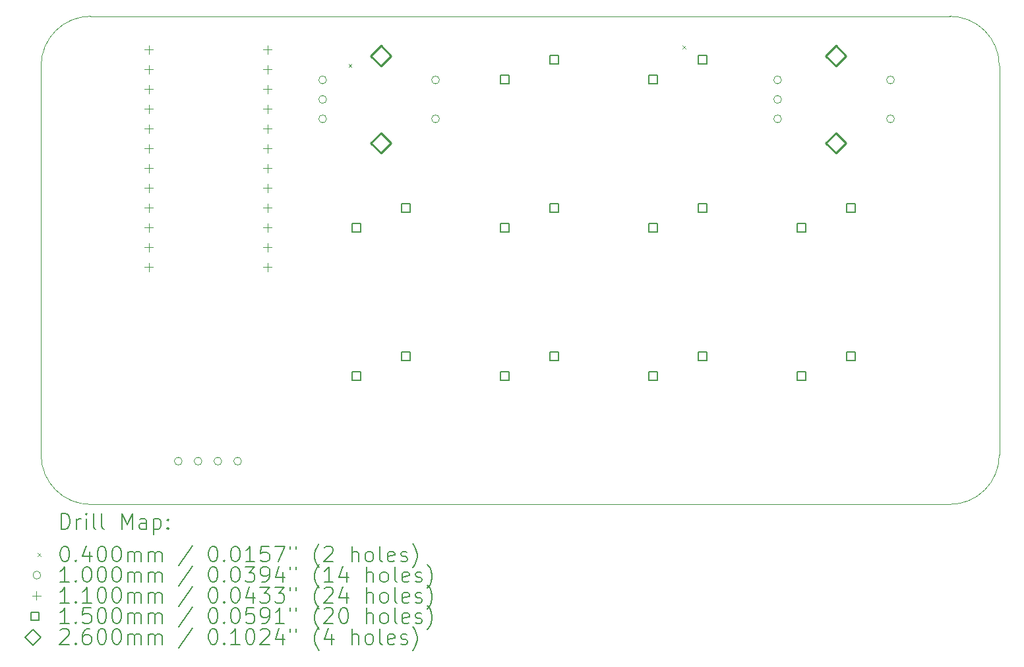
<source format=gbr>
%TF.GenerationSoftware,KiCad,Pcbnew,7.0.9*%
%TF.CreationDate,2024-01-16T00:31:27+00:00*%
%TF.ProjectId,AryA-Macropad,41727941-2d4d-4616-9372-6f7061642e6b,1.0*%
%TF.SameCoordinates,Original*%
%TF.FileFunction,Drillmap*%
%TF.FilePolarity,Positive*%
%FSLAX45Y45*%
G04 Gerber Fmt 4.5, Leading zero omitted, Abs format (unit mm)*
G04 Created by KiCad (PCBNEW 7.0.9) date 2024-01-16 00:31:27*
%MOMM*%
%LPD*%
G01*
G04 APERTURE LIST*
%ADD10C,0.100000*%
%ADD11C,0.200000*%
%ADD12C,0.110000*%
%ADD13C,0.150000*%
%ADD14C,0.260000*%
G04 APERTURE END LIST*
D10*
X8016875Y-5794375D02*
G75*
G03*
X7381875Y-6429375I0J-635000D01*
G01*
X7381875Y-11430000D02*
X7381875Y-6429375D01*
X8016875Y-12065000D02*
X19050000Y-12065000D01*
X19685000Y-11430000D02*
X19685000Y-6429375D01*
X8016875Y-5794375D02*
X19050000Y-5794375D01*
X19050000Y-12065000D02*
G75*
G03*
X19685000Y-11430000I0J635000D01*
G01*
X7381875Y-11430000D02*
G75*
G03*
X8016875Y-12065000I635000J0D01*
G01*
X19685005Y-6429375D02*
G75*
G03*
X19050000Y-5794375I-635005J-5D01*
G01*
D11*
D10*
X11330625Y-6409375D02*
X11370625Y-6449375D01*
X11370625Y-6409375D02*
X11330625Y-6449375D01*
X15616875Y-6171250D02*
X15656875Y-6211250D01*
X15656875Y-6171250D02*
X15616875Y-6211250D01*
X9193000Y-11509375D02*
G75*
G03*
X9193000Y-11509375I-50000J0D01*
G01*
X9447000Y-11509375D02*
G75*
G03*
X9447000Y-11509375I-50000J0D01*
G01*
X9701000Y-11509375D02*
G75*
G03*
X9701000Y-11509375I-50000J0D01*
G01*
X9955000Y-11509375D02*
G75*
G03*
X9955000Y-11509375I-50000J0D01*
G01*
X11046000Y-6612000D02*
G75*
G03*
X11046000Y-6612000I-50000J0D01*
G01*
X11046000Y-6862000D02*
G75*
G03*
X11046000Y-6862000I-50000J0D01*
G01*
X11046000Y-7112000D02*
G75*
G03*
X11046000Y-7112000I-50000J0D01*
G01*
X12496000Y-6612000D02*
G75*
G03*
X12496000Y-6612000I-50000J0D01*
G01*
X12496000Y-7112000D02*
G75*
G03*
X12496000Y-7112000I-50000J0D01*
G01*
X16888000Y-6612000D02*
G75*
G03*
X16888000Y-6612000I-50000J0D01*
G01*
X16888000Y-6862000D02*
G75*
G03*
X16888000Y-6862000I-50000J0D01*
G01*
X16888000Y-7112000D02*
G75*
G03*
X16888000Y-7112000I-50000J0D01*
G01*
X18338000Y-6612000D02*
G75*
G03*
X18338000Y-6612000I-50000J0D01*
G01*
X18338000Y-7112000D02*
G75*
G03*
X18338000Y-7112000I-50000J0D01*
G01*
D12*
X8763000Y-6168000D02*
X8763000Y-6278000D01*
X8708000Y-6223000D02*
X8818000Y-6223000D01*
X8763000Y-6422000D02*
X8763000Y-6532000D01*
X8708000Y-6477000D02*
X8818000Y-6477000D01*
X8763000Y-6676000D02*
X8763000Y-6786000D01*
X8708000Y-6731000D02*
X8818000Y-6731000D01*
X8763000Y-6930000D02*
X8763000Y-7040000D01*
X8708000Y-6985000D02*
X8818000Y-6985000D01*
X8763000Y-7184000D02*
X8763000Y-7294000D01*
X8708000Y-7239000D02*
X8818000Y-7239000D01*
X8763000Y-7438000D02*
X8763000Y-7548000D01*
X8708000Y-7493000D02*
X8818000Y-7493000D01*
X8763000Y-7692000D02*
X8763000Y-7802000D01*
X8708000Y-7747000D02*
X8818000Y-7747000D01*
X8763000Y-7946000D02*
X8763000Y-8056000D01*
X8708000Y-8001000D02*
X8818000Y-8001000D01*
X8763000Y-8200000D02*
X8763000Y-8310000D01*
X8708000Y-8255000D02*
X8818000Y-8255000D01*
X8763000Y-8454000D02*
X8763000Y-8564000D01*
X8708000Y-8509000D02*
X8818000Y-8509000D01*
X8763000Y-8708000D02*
X8763000Y-8818000D01*
X8708000Y-8763000D02*
X8818000Y-8763000D01*
X8763000Y-8962000D02*
X8763000Y-9072000D01*
X8708000Y-9017000D02*
X8818000Y-9017000D01*
X10287000Y-6168000D02*
X10287000Y-6278000D01*
X10232000Y-6223000D02*
X10342000Y-6223000D01*
X10287000Y-6422000D02*
X10287000Y-6532000D01*
X10232000Y-6477000D02*
X10342000Y-6477000D01*
X10287000Y-6676000D02*
X10287000Y-6786000D01*
X10232000Y-6731000D02*
X10342000Y-6731000D01*
X10287000Y-6930000D02*
X10287000Y-7040000D01*
X10232000Y-6985000D02*
X10342000Y-6985000D01*
X10287000Y-7184000D02*
X10287000Y-7294000D01*
X10232000Y-7239000D02*
X10342000Y-7239000D01*
X10287000Y-7438000D02*
X10287000Y-7548000D01*
X10232000Y-7493000D02*
X10342000Y-7493000D01*
X10287000Y-7692000D02*
X10287000Y-7802000D01*
X10232000Y-7747000D02*
X10342000Y-7747000D01*
X10287000Y-7946000D02*
X10287000Y-8056000D01*
X10232000Y-8001000D02*
X10342000Y-8001000D01*
X10287000Y-8200000D02*
X10287000Y-8310000D01*
X10232000Y-8255000D02*
X10342000Y-8255000D01*
X10287000Y-8454000D02*
X10287000Y-8564000D01*
X10232000Y-8509000D02*
X10342000Y-8509000D01*
X10287000Y-8708000D02*
X10287000Y-8818000D01*
X10232000Y-8763000D02*
X10342000Y-8763000D01*
X10287000Y-8962000D02*
X10287000Y-9072000D01*
X10232000Y-9017000D02*
X10342000Y-9017000D01*
D13*
X11483033Y-8562034D02*
X11483033Y-8455967D01*
X11376966Y-8455967D01*
X11376966Y-8562034D01*
X11483033Y-8562034D01*
X11483033Y-10467034D02*
X11483033Y-10360967D01*
X11376966Y-10360967D01*
X11376966Y-10467034D01*
X11483033Y-10467034D01*
X12118033Y-8308033D02*
X12118033Y-8201966D01*
X12011966Y-8201966D01*
X12011966Y-8308033D01*
X12118033Y-8308033D01*
X12118033Y-10213034D02*
X12118033Y-10106967D01*
X12011966Y-10106967D01*
X12011966Y-10213034D01*
X12118033Y-10213034D01*
X13388033Y-6657033D02*
X13388033Y-6550966D01*
X13281966Y-6550966D01*
X13281966Y-6657033D01*
X13388033Y-6657033D01*
X13388033Y-8562034D02*
X13388033Y-8455967D01*
X13281966Y-8455967D01*
X13281966Y-8562034D01*
X13388033Y-8562034D01*
X13388033Y-10467034D02*
X13388033Y-10360967D01*
X13281966Y-10360967D01*
X13281966Y-10467034D01*
X13388033Y-10467034D01*
X14023033Y-6403033D02*
X14023033Y-6296966D01*
X13916966Y-6296966D01*
X13916966Y-6403033D01*
X14023033Y-6403033D01*
X14023033Y-8308033D02*
X14023033Y-8201966D01*
X13916966Y-8201966D01*
X13916966Y-8308033D01*
X14023033Y-8308033D01*
X14023033Y-10213034D02*
X14023033Y-10106967D01*
X13916966Y-10106967D01*
X13916966Y-10213034D01*
X14023033Y-10213034D01*
X15293033Y-6657033D02*
X15293033Y-6550966D01*
X15186966Y-6550966D01*
X15186966Y-6657033D01*
X15293033Y-6657033D01*
X15293033Y-8562034D02*
X15293033Y-8455967D01*
X15186966Y-8455967D01*
X15186966Y-8562034D01*
X15293033Y-8562034D01*
X15293033Y-10467034D02*
X15293033Y-10360967D01*
X15186966Y-10360967D01*
X15186966Y-10467034D01*
X15293033Y-10467034D01*
X15928033Y-6403033D02*
X15928033Y-6296966D01*
X15821966Y-6296966D01*
X15821966Y-6403033D01*
X15928033Y-6403033D01*
X15928033Y-8308033D02*
X15928033Y-8201966D01*
X15821966Y-8201966D01*
X15821966Y-8308033D01*
X15928033Y-8308033D01*
X15928033Y-10213034D02*
X15928033Y-10106967D01*
X15821966Y-10106967D01*
X15821966Y-10213034D01*
X15928033Y-10213034D01*
X17198034Y-8562034D02*
X17198034Y-8455967D01*
X17091967Y-8455967D01*
X17091967Y-8562034D01*
X17198034Y-8562034D01*
X17198034Y-10467034D02*
X17198034Y-10360967D01*
X17091967Y-10360967D01*
X17091967Y-10467034D01*
X17198034Y-10467034D01*
X17833034Y-8308033D02*
X17833034Y-8201966D01*
X17726967Y-8201966D01*
X17726967Y-8308033D01*
X17833034Y-8308033D01*
X17833034Y-10213034D02*
X17833034Y-10106967D01*
X17726967Y-10106967D01*
X17726967Y-10213034D01*
X17833034Y-10213034D01*
D14*
X11746000Y-6432000D02*
X11876000Y-6302000D01*
X11746000Y-6172000D01*
X11616000Y-6302000D01*
X11746000Y-6432000D01*
X11746000Y-7552000D02*
X11876000Y-7422000D01*
X11746000Y-7292000D01*
X11616000Y-7422000D01*
X11746000Y-7552000D01*
X17588000Y-6432000D02*
X17718000Y-6302000D01*
X17588000Y-6172000D01*
X17458000Y-6302000D01*
X17588000Y-6432000D01*
X17588000Y-7552000D02*
X17718000Y-7422000D01*
X17588000Y-7292000D01*
X17458000Y-7422000D01*
X17588000Y-7552000D01*
D11*
X7637652Y-12381484D02*
X7637652Y-12181484D01*
X7637652Y-12181484D02*
X7685271Y-12181484D01*
X7685271Y-12181484D02*
X7713842Y-12191008D01*
X7713842Y-12191008D02*
X7732890Y-12210055D01*
X7732890Y-12210055D02*
X7742414Y-12229103D01*
X7742414Y-12229103D02*
X7751937Y-12267198D01*
X7751937Y-12267198D02*
X7751937Y-12295769D01*
X7751937Y-12295769D02*
X7742414Y-12333865D01*
X7742414Y-12333865D02*
X7732890Y-12352912D01*
X7732890Y-12352912D02*
X7713842Y-12371960D01*
X7713842Y-12371960D02*
X7685271Y-12381484D01*
X7685271Y-12381484D02*
X7637652Y-12381484D01*
X7837652Y-12381484D02*
X7837652Y-12248150D01*
X7837652Y-12286246D02*
X7847176Y-12267198D01*
X7847176Y-12267198D02*
X7856699Y-12257674D01*
X7856699Y-12257674D02*
X7875747Y-12248150D01*
X7875747Y-12248150D02*
X7894795Y-12248150D01*
X7961461Y-12381484D02*
X7961461Y-12248150D01*
X7961461Y-12181484D02*
X7951937Y-12191008D01*
X7951937Y-12191008D02*
X7961461Y-12200531D01*
X7961461Y-12200531D02*
X7970985Y-12191008D01*
X7970985Y-12191008D02*
X7961461Y-12181484D01*
X7961461Y-12181484D02*
X7961461Y-12200531D01*
X8085271Y-12381484D02*
X8066223Y-12371960D01*
X8066223Y-12371960D02*
X8056699Y-12352912D01*
X8056699Y-12352912D02*
X8056699Y-12181484D01*
X8190033Y-12381484D02*
X8170985Y-12371960D01*
X8170985Y-12371960D02*
X8161461Y-12352912D01*
X8161461Y-12352912D02*
X8161461Y-12181484D01*
X8418604Y-12381484D02*
X8418604Y-12181484D01*
X8418604Y-12181484D02*
X8485271Y-12324341D01*
X8485271Y-12324341D02*
X8551938Y-12181484D01*
X8551938Y-12181484D02*
X8551938Y-12381484D01*
X8732890Y-12381484D02*
X8732890Y-12276722D01*
X8732890Y-12276722D02*
X8723366Y-12257674D01*
X8723366Y-12257674D02*
X8704319Y-12248150D01*
X8704319Y-12248150D02*
X8666223Y-12248150D01*
X8666223Y-12248150D02*
X8647176Y-12257674D01*
X8732890Y-12371960D02*
X8713842Y-12381484D01*
X8713842Y-12381484D02*
X8666223Y-12381484D01*
X8666223Y-12381484D02*
X8647176Y-12371960D01*
X8647176Y-12371960D02*
X8637652Y-12352912D01*
X8637652Y-12352912D02*
X8637652Y-12333865D01*
X8637652Y-12333865D02*
X8647176Y-12314817D01*
X8647176Y-12314817D02*
X8666223Y-12305293D01*
X8666223Y-12305293D02*
X8713842Y-12305293D01*
X8713842Y-12305293D02*
X8732890Y-12295769D01*
X8828128Y-12248150D02*
X8828128Y-12448150D01*
X8828128Y-12257674D02*
X8847176Y-12248150D01*
X8847176Y-12248150D02*
X8885271Y-12248150D01*
X8885271Y-12248150D02*
X8904319Y-12257674D01*
X8904319Y-12257674D02*
X8913842Y-12267198D01*
X8913842Y-12267198D02*
X8923366Y-12286246D01*
X8923366Y-12286246D02*
X8923366Y-12343388D01*
X8923366Y-12343388D02*
X8913842Y-12362436D01*
X8913842Y-12362436D02*
X8904319Y-12371960D01*
X8904319Y-12371960D02*
X8885271Y-12381484D01*
X8885271Y-12381484D02*
X8847176Y-12381484D01*
X8847176Y-12381484D02*
X8828128Y-12371960D01*
X9009080Y-12362436D02*
X9018604Y-12371960D01*
X9018604Y-12371960D02*
X9009080Y-12381484D01*
X9009080Y-12381484D02*
X8999557Y-12371960D01*
X8999557Y-12371960D02*
X9009080Y-12362436D01*
X9009080Y-12362436D02*
X9009080Y-12381484D01*
X9009080Y-12257674D02*
X9018604Y-12267198D01*
X9018604Y-12267198D02*
X9009080Y-12276722D01*
X9009080Y-12276722D02*
X8999557Y-12267198D01*
X8999557Y-12267198D02*
X9009080Y-12257674D01*
X9009080Y-12257674D02*
X9009080Y-12276722D01*
D10*
X7336875Y-12690000D02*
X7376875Y-12730000D01*
X7376875Y-12690000D02*
X7336875Y-12730000D01*
D11*
X7675747Y-12601484D02*
X7694795Y-12601484D01*
X7694795Y-12601484D02*
X7713842Y-12611008D01*
X7713842Y-12611008D02*
X7723366Y-12620531D01*
X7723366Y-12620531D02*
X7732890Y-12639579D01*
X7732890Y-12639579D02*
X7742414Y-12677674D01*
X7742414Y-12677674D02*
X7742414Y-12725293D01*
X7742414Y-12725293D02*
X7732890Y-12763388D01*
X7732890Y-12763388D02*
X7723366Y-12782436D01*
X7723366Y-12782436D02*
X7713842Y-12791960D01*
X7713842Y-12791960D02*
X7694795Y-12801484D01*
X7694795Y-12801484D02*
X7675747Y-12801484D01*
X7675747Y-12801484D02*
X7656699Y-12791960D01*
X7656699Y-12791960D02*
X7647176Y-12782436D01*
X7647176Y-12782436D02*
X7637652Y-12763388D01*
X7637652Y-12763388D02*
X7628128Y-12725293D01*
X7628128Y-12725293D02*
X7628128Y-12677674D01*
X7628128Y-12677674D02*
X7637652Y-12639579D01*
X7637652Y-12639579D02*
X7647176Y-12620531D01*
X7647176Y-12620531D02*
X7656699Y-12611008D01*
X7656699Y-12611008D02*
X7675747Y-12601484D01*
X7828128Y-12782436D02*
X7837652Y-12791960D01*
X7837652Y-12791960D02*
X7828128Y-12801484D01*
X7828128Y-12801484D02*
X7818604Y-12791960D01*
X7818604Y-12791960D02*
X7828128Y-12782436D01*
X7828128Y-12782436D02*
X7828128Y-12801484D01*
X8009080Y-12668150D02*
X8009080Y-12801484D01*
X7961461Y-12591960D02*
X7913842Y-12734817D01*
X7913842Y-12734817D02*
X8037652Y-12734817D01*
X8151937Y-12601484D02*
X8170985Y-12601484D01*
X8170985Y-12601484D02*
X8190033Y-12611008D01*
X8190033Y-12611008D02*
X8199557Y-12620531D01*
X8199557Y-12620531D02*
X8209080Y-12639579D01*
X8209080Y-12639579D02*
X8218604Y-12677674D01*
X8218604Y-12677674D02*
X8218604Y-12725293D01*
X8218604Y-12725293D02*
X8209080Y-12763388D01*
X8209080Y-12763388D02*
X8199557Y-12782436D01*
X8199557Y-12782436D02*
X8190033Y-12791960D01*
X8190033Y-12791960D02*
X8170985Y-12801484D01*
X8170985Y-12801484D02*
X8151937Y-12801484D01*
X8151937Y-12801484D02*
X8132890Y-12791960D01*
X8132890Y-12791960D02*
X8123366Y-12782436D01*
X8123366Y-12782436D02*
X8113842Y-12763388D01*
X8113842Y-12763388D02*
X8104318Y-12725293D01*
X8104318Y-12725293D02*
X8104318Y-12677674D01*
X8104318Y-12677674D02*
X8113842Y-12639579D01*
X8113842Y-12639579D02*
X8123366Y-12620531D01*
X8123366Y-12620531D02*
X8132890Y-12611008D01*
X8132890Y-12611008D02*
X8151937Y-12601484D01*
X8342414Y-12601484D02*
X8361461Y-12601484D01*
X8361461Y-12601484D02*
X8380509Y-12611008D01*
X8380509Y-12611008D02*
X8390033Y-12620531D01*
X8390033Y-12620531D02*
X8399557Y-12639579D01*
X8399557Y-12639579D02*
X8409080Y-12677674D01*
X8409080Y-12677674D02*
X8409080Y-12725293D01*
X8409080Y-12725293D02*
X8399557Y-12763388D01*
X8399557Y-12763388D02*
X8390033Y-12782436D01*
X8390033Y-12782436D02*
X8380509Y-12791960D01*
X8380509Y-12791960D02*
X8361461Y-12801484D01*
X8361461Y-12801484D02*
X8342414Y-12801484D01*
X8342414Y-12801484D02*
X8323366Y-12791960D01*
X8323366Y-12791960D02*
X8313842Y-12782436D01*
X8313842Y-12782436D02*
X8304318Y-12763388D01*
X8304318Y-12763388D02*
X8294795Y-12725293D01*
X8294795Y-12725293D02*
X8294795Y-12677674D01*
X8294795Y-12677674D02*
X8304318Y-12639579D01*
X8304318Y-12639579D02*
X8313842Y-12620531D01*
X8313842Y-12620531D02*
X8323366Y-12611008D01*
X8323366Y-12611008D02*
X8342414Y-12601484D01*
X8494795Y-12801484D02*
X8494795Y-12668150D01*
X8494795Y-12687198D02*
X8504319Y-12677674D01*
X8504319Y-12677674D02*
X8523366Y-12668150D01*
X8523366Y-12668150D02*
X8551938Y-12668150D01*
X8551938Y-12668150D02*
X8570985Y-12677674D01*
X8570985Y-12677674D02*
X8580509Y-12696722D01*
X8580509Y-12696722D02*
X8580509Y-12801484D01*
X8580509Y-12696722D02*
X8590033Y-12677674D01*
X8590033Y-12677674D02*
X8609080Y-12668150D01*
X8609080Y-12668150D02*
X8637652Y-12668150D01*
X8637652Y-12668150D02*
X8656700Y-12677674D01*
X8656700Y-12677674D02*
X8666223Y-12696722D01*
X8666223Y-12696722D02*
X8666223Y-12801484D01*
X8761461Y-12801484D02*
X8761461Y-12668150D01*
X8761461Y-12687198D02*
X8770985Y-12677674D01*
X8770985Y-12677674D02*
X8790033Y-12668150D01*
X8790033Y-12668150D02*
X8818604Y-12668150D01*
X8818604Y-12668150D02*
X8837652Y-12677674D01*
X8837652Y-12677674D02*
X8847176Y-12696722D01*
X8847176Y-12696722D02*
X8847176Y-12801484D01*
X8847176Y-12696722D02*
X8856700Y-12677674D01*
X8856700Y-12677674D02*
X8875747Y-12668150D01*
X8875747Y-12668150D02*
X8904319Y-12668150D01*
X8904319Y-12668150D02*
X8923366Y-12677674D01*
X8923366Y-12677674D02*
X8932890Y-12696722D01*
X8932890Y-12696722D02*
X8932890Y-12801484D01*
X9323366Y-12591960D02*
X9151938Y-12849103D01*
X9580509Y-12601484D02*
X9599557Y-12601484D01*
X9599557Y-12601484D02*
X9618604Y-12611008D01*
X9618604Y-12611008D02*
X9628128Y-12620531D01*
X9628128Y-12620531D02*
X9637652Y-12639579D01*
X9637652Y-12639579D02*
X9647176Y-12677674D01*
X9647176Y-12677674D02*
X9647176Y-12725293D01*
X9647176Y-12725293D02*
X9637652Y-12763388D01*
X9637652Y-12763388D02*
X9628128Y-12782436D01*
X9628128Y-12782436D02*
X9618604Y-12791960D01*
X9618604Y-12791960D02*
X9599557Y-12801484D01*
X9599557Y-12801484D02*
X9580509Y-12801484D01*
X9580509Y-12801484D02*
X9561462Y-12791960D01*
X9561462Y-12791960D02*
X9551938Y-12782436D01*
X9551938Y-12782436D02*
X9542414Y-12763388D01*
X9542414Y-12763388D02*
X9532890Y-12725293D01*
X9532890Y-12725293D02*
X9532890Y-12677674D01*
X9532890Y-12677674D02*
X9542414Y-12639579D01*
X9542414Y-12639579D02*
X9551938Y-12620531D01*
X9551938Y-12620531D02*
X9561462Y-12611008D01*
X9561462Y-12611008D02*
X9580509Y-12601484D01*
X9732890Y-12782436D02*
X9742414Y-12791960D01*
X9742414Y-12791960D02*
X9732890Y-12801484D01*
X9732890Y-12801484D02*
X9723366Y-12791960D01*
X9723366Y-12791960D02*
X9732890Y-12782436D01*
X9732890Y-12782436D02*
X9732890Y-12801484D01*
X9866223Y-12601484D02*
X9885271Y-12601484D01*
X9885271Y-12601484D02*
X9904319Y-12611008D01*
X9904319Y-12611008D02*
X9913843Y-12620531D01*
X9913843Y-12620531D02*
X9923366Y-12639579D01*
X9923366Y-12639579D02*
X9932890Y-12677674D01*
X9932890Y-12677674D02*
X9932890Y-12725293D01*
X9932890Y-12725293D02*
X9923366Y-12763388D01*
X9923366Y-12763388D02*
X9913843Y-12782436D01*
X9913843Y-12782436D02*
X9904319Y-12791960D01*
X9904319Y-12791960D02*
X9885271Y-12801484D01*
X9885271Y-12801484D02*
X9866223Y-12801484D01*
X9866223Y-12801484D02*
X9847176Y-12791960D01*
X9847176Y-12791960D02*
X9837652Y-12782436D01*
X9837652Y-12782436D02*
X9828128Y-12763388D01*
X9828128Y-12763388D02*
X9818604Y-12725293D01*
X9818604Y-12725293D02*
X9818604Y-12677674D01*
X9818604Y-12677674D02*
X9828128Y-12639579D01*
X9828128Y-12639579D02*
X9837652Y-12620531D01*
X9837652Y-12620531D02*
X9847176Y-12611008D01*
X9847176Y-12611008D02*
X9866223Y-12601484D01*
X10123366Y-12801484D02*
X10009081Y-12801484D01*
X10066223Y-12801484D02*
X10066223Y-12601484D01*
X10066223Y-12601484D02*
X10047176Y-12630055D01*
X10047176Y-12630055D02*
X10028128Y-12649103D01*
X10028128Y-12649103D02*
X10009081Y-12658627D01*
X10304319Y-12601484D02*
X10209081Y-12601484D01*
X10209081Y-12601484D02*
X10199557Y-12696722D01*
X10199557Y-12696722D02*
X10209081Y-12687198D01*
X10209081Y-12687198D02*
X10228128Y-12677674D01*
X10228128Y-12677674D02*
X10275747Y-12677674D01*
X10275747Y-12677674D02*
X10294795Y-12687198D01*
X10294795Y-12687198D02*
X10304319Y-12696722D01*
X10304319Y-12696722D02*
X10313843Y-12715769D01*
X10313843Y-12715769D02*
X10313843Y-12763388D01*
X10313843Y-12763388D02*
X10304319Y-12782436D01*
X10304319Y-12782436D02*
X10294795Y-12791960D01*
X10294795Y-12791960D02*
X10275747Y-12801484D01*
X10275747Y-12801484D02*
X10228128Y-12801484D01*
X10228128Y-12801484D02*
X10209081Y-12791960D01*
X10209081Y-12791960D02*
X10199557Y-12782436D01*
X10380509Y-12601484D02*
X10513843Y-12601484D01*
X10513843Y-12601484D02*
X10428128Y-12801484D01*
X10580509Y-12601484D02*
X10580509Y-12639579D01*
X10656700Y-12601484D02*
X10656700Y-12639579D01*
X10951938Y-12877674D02*
X10942414Y-12868150D01*
X10942414Y-12868150D02*
X10923366Y-12839579D01*
X10923366Y-12839579D02*
X10913843Y-12820531D01*
X10913843Y-12820531D02*
X10904319Y-12791960D01*
X10904319Y-12791960D02*
X10894795Y-12744341D01*
X10894795Y-12744341D02*
X10894795Y-12706246D01*
X10894795Y-12706246D02*
X10904319Y-12658627D01*
X10904319Y-12658627D02*
X10913843Y-12630055D01*
X10913843Y-12630055D02*
X10923366Y-12611008D01*
X10923366Y-12611008D02*
X10942414Y-12582436D01*
X10942414Y-12582436D02*
X10951938Y-12572912D01*
X11018605Y-12620531D02*
X11028128Y-12611008D01*
X11028128Y-12611008D02*
X11047176Y-12601484D01*
X11047176Y-12601484D02*
X11094795Y-12601484D01*
X11094795Y-12601484D02*
X11113843Y-12611008D01*
X11113843Y-12611008D02*
X11123366Y-12620531D01*
X11123366Y-12620531D02*
X11132890Y-12639579D01*
X11132890Y-12639579D02*
X11132890Y-12658627D01*
X11132890Y-12658627D02*
X11123366Y-12687198D01*
X11123366Y-12687198D02*
X11009081Y-12801484D01*
X11009081Y-12801484D02*
X11132890Y-12801484D01*
X11370985Y-12801484D02*
X11370985Y-12601484D01*
X11456700Y-12801484D02*
X11456700Y-12696722D01*
X11456700Y-12696722D02*
X11447176Y-12677674D01*
X11447176Y-12677674D02*
X11428128Y-12668150D01*
X11428128Y-12668150D02*
X11399557Y-12668150D01*
X11399557Y-12668150D02*
X11380509Y-12677674D01*
X11380509Y-12677674D02*
X11370985Y-12687198D01*
X11580509Y-12801484D02*
X11561462Y-12791960D01*
X11561462Y-12791960D02*
X11551938Y-12782436D01*
X11551938Y-12782436D02*
X11542414Y-12763388D01*
X11542414Y-12763388D02*
X11542414Y-12706246D01*
X11542414Y-12706246D02*
X11551938Y-12687198D01*
X11551938Y-12687198D02*
X11561462Y-12677674D01*
X11561462Y-12677674D02*
X11580509Y-12668150D01*
X11580509Y-12668150D02*
X11609081Y-12668150D01*
X11609081Y-12668150D02*
X11628128Y-12677674D01*
X11628128Y-12677674D02*
X11637652Y-12687198D01*
X11637652Y-12687198D02*
X11647176Y-12706246D01*
X11647176Y-12706246D02*
X11647176Y-12763388D01*
X11647176Y-12763388D02*
X11637652Y-12782436D01*
X11637652Y-12782436D02*
X11628128Y-12791960D01*
X11628128Y-12791960D02*
X11609081Y-12801484D01*
X11609081Y-12801484D02*
X11580509Y-12801484D01*
X11761462Y-12801484D02*
X11742414Y-12791960D01*
X11742414Y-12791960D02*
X11732890Y-12772912D01*
X11732890Y-12772912D02*
X11732890Y-12601484D01*
X11913843Y-12791960D02*
X11894795Y-12801484D01*
X11894795Y-12801484D02*
X11856700Y-12801484D01*
X11856700Y-12801484D02*
X11837652Y-12791960D01*
X11837652Y-12791960D02*
X11828128Y-12772912D01*
X11828128Y-12772912D02*
X11828128Y-12696722D01*
X11828128Y-12696722D02*
X11837652Y-12677674D01*
X11837652Y-12677674D02*
X11856700Y-12668150D01*
X11856700Y-12668150D02*
X11894795Y-12668150D01*
X11894795Y-12668150D02*
X11913843Y-12677674D01*
X11913843Y-12677674D02*
X11923366Y-12696722D01*
X11923366Y-12696722D02*
X11923366Y-12715769D01*
X11923366Y-12715769D02*
X11828128Y-12734817D01*
X11999557Y-12791960D02*
X12018605Y-12801484D01*
X12018605Y-12801484D02*
X12056700Y-12801484D01*
X12056700Y-12801484D02*
X12075747Y-12791960D01*
X12075747Y-12791960D02*
X12085271Y-12772912D01*
X12085271Y-12772912D02*
X12085271Y-12763388D01*
X12085271Y-12763388D02*
X12075747Y-12744341D01*
X12075747Y-12744341D02*
X12056700Y-12734817D01*
X12056700Y-12734817D02*
X12028128Y-12734817D01*
X12028128Y-12734817D02*
X12009081Y-12725293D01*
X12009081Y-12725293D02*
X11999557Y-12706246D01*
X11999557Y-12706246D02*
X11999557Y-12696722D01*
X11999557Y-12696722D02*
X12009081Y-12677674D01*
X12009081Y-12677674D02*
X12028128Y-12668150D01*
X12028128Y-12668150D02*
X12056700Y-12668150D01*
X12056700Y-12668150D02*
X12075747Y-12677674D01*
X12151938Y-12877674D02*
X12161462Y-12868150D01*
X12161462Y-12868150D02*
X12180509Y-12839579D01*
X12180509Y-12839579D02*
X12190033Y-12820531D01*
X12190033Y-12820531D02*
X12199557Y-12791960D01*
X12199557Y-12791960D02*
X12209081Y-12744341D01*
X12209081Y-12744341D02*
X12209081Y-12706246D01*
X12209081Y-12706246D02*
X12199557Y-12658627D01*
X12199557Y-12658627D02*
X12190033Y-12630055D01*
X12190033Y-12630055D02*
X12180509Y-12611008D01*
X12180509Y-12611008D02*
X12161462Y-12582436D01*
X12161462Y-12582436D02*
X12151938Y-12572912D01*
D10*
X7376875Y-12974000D02*
G75*
G03*
X7376875Y-12974000I-50000J0D01*
G01*
D11*
X7742414Y-13065484D02*
X7628128Y-13065484D01*
X7685271Y-13065484D02*
X7685271Y-12865484D01*
X7685271Y-12865484D02*
X7666223Y-12894055D01*
X7666223Y-12894055D02*
X7647176Y-12913103D01*
X7647176Y-12913103D02*
X7628128Y-12922627D01*
X7828128Y-13046436D02*
X7837652Y-13055960D01*
X7837652Y-13055960D02*
X7828128Y-13065484D01*
X7828128Y-13065484D02*
X7818604Y-13055960D01*
X7818604Y-13055960D02*
X7828128Y-13046436D01*
X7828128Y-13046436D02*
X7828128Y-13065484D01*
X7961461Y-12865484D02*
X7980509Y-12865484D01*
X7980509Y-12865484D02*
X7999557Y-12875008D01*
X7999557Y-12875008D02*
X8009080Y-12884531D01*
X8009080Y-12884531D02*
X8018604Y-12903579D01*
X8018604Y-12903579D02*
X8028128Y-12941674D01*
X8028128Y-12941674D02*
X8028128Y-12989293D01*
X8028128Y-12989293D02*
X8018604Y-13027388D01*
X8018604Y-13027388D02*
X8009080Y-13046436D01*
X8009080Y-13046436D02*
X7999557Y-13055960D01*
X7999557Y-13055960D02*
X7980509Y-13065484D01*
X7980509Y-13065484D02*
X7961461Y-13065484D01*
X7961461Y-13065484D02*
X7942414Y-13055960D01*
X7942414Y-13055960D02*
X7932890Y-13046436D01*
X7932890Y-13046436D02*
X7923366Y-13027388D01*
X7923366Y-13027388D02*
X7913842Y-12989293D01*
X7913842Y-12989293D02*
X7913842Y-12941674D01*
X7913842Y-12941674D02*
X7923366Y-12903579D01*
X7923366Y-12903579D02*
X7932890Y-12884531D01*
X7932890Y-12884531D02*
X7942414Y-12875008D01*
X7942414Y-12875008D02*
X7961461Y-12865484D01*
X8151937Y-12865484D02*
X8170985Y-12865484D01*
X8170985Y-12865484D02*
X8190033Y-12875008D01*
X8190033Y-12875008D02*
X8199557Y-12884531D01*
X8199557Y-12884531D02*
X8209080Y-12903579D01*
X8209080Y-12903579D02*
X8218604Y-12941674D01*
X8218604Y-12941674D02*
X8218604Y-12989293D01*
X8218604Y-12989293D02*
X8209080Y-13027388D01*
X8209080Y-13027388D02*
X8199557Y-13046436D01*
X8199557Y-13046436D02*
X8190033Y-13055960D01*
X8190033Y-13055960D02*
X8170985Y-13065484D01*
X8170985Y-13065484D02*
X8151937Y-13065484D01*
X8151937Y-13065484D02*
X8132890Y-13055960D01*
X8132890Y-13055960D02*
X8123366Y-13046436D01*
X8123366Y-13046436D02*
X8113842Y-13027388D01*
X8113842Y-13027388D02*
X8104318Y-12989293D01*
X8104318Y-12989293D02*
X8104318Y-12941674D01*
X8104318Y-12941674D02*
X8113842Y-12903579D01*
X8113842Y-12903579D02*
X8123366Y-12884531D01*
X8123366Y-12884531D02*
X8132890Y-12875008D01*
X8132890Y-12875008D02*
X8151937Y-12865484D01*
X8342414Y-12865484D02*
X8361461Y-12865484D01*
X8361461Y-12865484D02*
X8380509Y-12875008D01*
X8380509Y-12875008D02*
X8390033Y-12884531D01*
X8390033Y-12884531D02*
X8399557Y-12903579D01*
X8399557Y-12903579D02*
X8409080Y-12941674D01*
X8409080Y-12941674D02*
X8409080Y-12989293D01*
X8409080Y-12989293D02*
X8399557Y-13027388D01*
X8399557Y-13027388D02*
X8390033Y-13046436D01*
X8390033Y-13046436D02*
X8380509Y-13055960D01*
X8380509Y-13055960D02*
X8361461Y-13065484D01*
X8361461Y-13065484D02*
X8342414Y-13065484D01*
X8342414Y-13065484D02*
X8323366Y-13055960D01*
X8323366Y-13055960D02*
X8313842Y-13046436D01*
X8313842Y-13046436D02*
X8304318Y-13027388D01*
X8304318Y-13027388D02*
X8294795Y-12989293D01*
X8294795Y-12989293D02*
X8294795Y-12941674D01*
X8294795Y-12941674D02*
X8304318Y-12903579D01*
X8304318Y-12903579D02*
X8313842Y-12884531D01*
X8313842Y-12884531D02*
X8323366Y-12875008D01*
X8323366Y-12875008D02*
X8342414Y-12865484D01*
X8494795Y-13065484D02*
X8494795Y-12932150D01*
X8494795Y-12951198D02*
X8504319Y-12941674D01*
X8504319Y-12941674D02*
X8523366Y-12932150D01*
X8523366Y-12932150D02*
X8551938Y-12932150D01*
X8551938Y-12932150D02*
X8570985Y-12941674D01*
X8570985Y-12941674D02*
X8580509Y-12960722D01*
X8580509Y-12960722D02*
X8580509Y-13065484D01*
X8580509Y-12960722D02*
X8590033Y-12941674D01*
X8590033Y-12941674D02*
X8609080Y-12932150D01*
X8609080Y-12932150D02*
X8637652Y-12932150D01*
X8637652Y-12932150D02*
X8656700Y-12941674D01*
X8656700Y-12941674D02*
X8666223Y-12960722D01*
X8666223Y-12960722D02*
X8666223Y-13065484D01*
X8761461Y-13065484D02*
X8761461Y-12932150D01*
X8761461Y-12951198D02*
X8770985Y-12941674D01*
X8770985Y-12941674D02*
X8790033Y-12932150D01*
X8790033Y-12932150D02*
X8818604Y-12932150D01*
X8818604Y-12932150D02*
X8837652Y-12941674D01*
X8837652Y-12941674D02*
X8847176Y-12960722D01*
X8847176Y-12960722D02*
X8847176Y-13065484D01*
X8847176Y-12960722D02*
X8856700Y-12941674D01*
X8856700Y-12941674D02*
X8875747Y-12932150D01*
X8875747Y-12932150D02*
X8904319Y-12932150D01*
X8904319Y-12932150D02*
X8923366Y-12941674D01*
X8923366Y-12941674D02*
X8932890Y-12960722D01*
X8932890Y-12960722D02*
X8932890Y-13065484D01*
X9323366Y-12855960D02*
X9151938Y-13113103D01*
X9580509Y-12865484D02*
X9599557Y-12865484D01*
X9599557Y-12865484D02*
X9618604Y-12875008D01*
X9618604Y-12875008D02*
X9628128Y-12884531D01*
X9628128Y-12884531D02*
X9637652Y-12903579D01*
X9637652Y-12903579D02*
X9647176Y-12941674D01*
X9647176Y-12941674D02*
X9647176Y-12989293D01*
X9647176Y-12989293D02*
X9637652Y-13027388D01*
X9637652Y-13027388D02*
X9628128Y-13046436D01*
X9628128Y-13046436D02*
X9618604Y-13055960D01*
X9618604Y-13055960D02*
X9599557Y-13065484D01*
X9599557Y-13065484D02*
X9580509Y-13065484D01*
X9580509Y-13065484D02*
X9561462Y-13055960D01*
X9561462Y-13055960D02*
X9551938Y-13046436D01*
X9551938Y-13046436D02*
X9542414Y-13027388D01*
X9542414Y-13027388D02*
X9532890Y-12989293D01*
X9532890Y-12989293D02*
X9532890Y-12941674D01*
X9532890Y-12941674D02*
X9542414Y-12903579D01*
X9542414Y-12903579D02*
X9551938Y-12884531D01*
X9551938Y-12884531D02*
X9561462Y-12875008D01*
X9561462Y-12875008D02*
X9580509Y-12865484D01*
X9732890Y-13046436D02*
X9742414Y-13055960D01*
X9742414Y-13055960D02*
X9732890Y-13065484D01*
X9732890Y-13065484D02*
X9723366Y-13055960D01*
X9723366Y-13055960D02*
X9732890Y-13046436D01*
X9732890Y-13046436D02*
X9732890Y-13065484D01*
X9866223Y-12865484D02*
X9885271Y-12865484D01*
X9885271Y-12865484D02*
X9904319Y-12875008D01*
X9904319Y-12875008D02*
X9913843Y-12884531D01*
X9913843Y-12884531D02*
X9923366Y-12903579D01*
X9923366Y-12903579D02*
X9932890Y-12941674D01*
X9932890Y-12941674D02*
X9932890Y-12989293D01*
X9932890Y-12989293D02*
X9923366Y-13027388D01*
X9923366Y-13027388D02*
X9913843Y-13046436D01*
X9913843Y-13046436D02*
X9904319Y-13055960D01*
X9904319Y-13055960D02*
X9885271Y-13065484D01*
X9885271Y-13065484D02*
X9866223Y-13065484D01*
X9866223Y-13065484D02*
X9847176Y-13055960D01*
X9847176Y-13055960D02*
X9837652Y-13046436D01*
X9837652Y-13046436D02*
X9828128Y-13027388D01*
X9828128Y-13027388D02*
X9818604Y-12989293D01*
X9818604Y-12989293D02*
X9818604Y-12941674D01*
X9818604Y-12941674D02*
X9828128Y-12903579D01*
X9828128Y-12903579D02*
X9837652Y-12884531D01*
X9837652Y-12884531D02*
X9847176Y-12875008D01*
X9847176Y-12875008D02*
X9866223Y-12865484D01*
X9999557Y-12865484D02*
X10123366Y-12865484D01*
X10123366Y-12865484D02*
X10056700Y-12941674D01*
X10056700Y-12941674D02*
X10085271Y-12941674D01*
X10085271Y-12941674D02*
X10104319Y-12951198D01*
X10104319Y-12951198D02*
X10113843Y-12960722D01*
X10113843Y-12960722D02*
X10123366Y-12979769D01*
X10123366Y-12979769D02*
X10123366Y-13027388D01*
X10123366Y-13027388D02*
X10113843Y-13046436D01*
X10113843Y-13046436D02*
X10104319Y-13055960D01*
X10104319Y-13055960D02*
X10085271Y-13065484D01*
X10085271Y-13065484D02*
X10028128Y-13065484D01*
X10028128Y-13065484D02*
X10009081Y-13055960D01*
X10009081Y-13055960D02*
X9999557Y-13046436D01*
X10218604Y-13065484D02*
X10256700Y-13065484D01*
X10256700Y-13065484D02*
X10275747Y-13055960D01*
X10275747Y-13055960D02*
X10285271Y-13046436D01*
X10285271Y-13046436D02*
X10304319Y-13017865D01*
X10304319Y-13017865D02*
X10313843Y-12979769D01*
X10313843Y-12979769D02*
X10313843Y-12903579D01*
X10313843Y-12903579D02*
X10304319Y-12884531D01*
X10304319Y-12884531D02*
X10294795Y-12875008D01*
X10294795Y-12875008D02*
X10275747Y-12865484D01*
X10275747Y-12865484D02*
X10237652Y-12865484D01*
X10237652Y-12865484D02*
X10218604Y-12875008D01*
X10218604Y-12875008D02*
X10209081Y-12884531D01*
X10209081Y-12884531D02*
X10199557Y-12903579D01*
X10199557Y-12903579D02*
X10199557Y-12951198D01*
X10199557Y-12951198D02*
X10209081Y-12970246D01*
X10209081Y-12970246D02*
X10218604Y-12979769D01*
X10218604Y-12979769D02*
X10237652Y-12989293D01*
X10237652Y-12989293D02*
X10275747Y-12989293D01*
X10275747Y-12989293D02*
X10294795Y-12979769D01*
X10294795Y-12979769D02*
X10304319Y-12970246D01*
X10304319Y-12970246D02*
X10313843Y-12951198D01*
X10485271Y-12932150D02*
X10485271Y-13065484D01*
X10437652Y-12855960D02*
X10390033Y-12998817D01*
X10390033Y-12998817D02*
X10513843Y-12998817D01*
X10580509Y-12865484D02*
X10580509Y-12903579D01*
X10656700Y-12865484D02*
X10656700Y-12903579D01*
X10951938Y-13141674D02*
X10942414Y-13132150D01*
X10942414Y-13132150D02*
X10923366Y-13103579D01*
X10923366Y-13103579D02*
X10913843Y-13084531D01*
X10913843Y-13084531D02*
X10904319Y-13055960D01*
X10904319Y-13055960D02*
X10894795Y-13008341D01*
X10894795Y-13008341D02*
X10894795Y-12970246D01*
X10894795Y-12970246D02*
X10904319Y-12922627D01*
X10904319Y-12922627D02*
X10913843Y-12894055D01*
X10913843Y-12894055D02*
X10923366Y-12875008D01*
X10923366Y-12875008D02*
X10942414Y-12846436D01*
X10942414Y-12846436D02*
X10951938Y-12836912D01*
X11132890Y-13065484D02*
X11018605Y-13065484D01*
X11075747Y-13065484D02*
X11075747Y-12865484D01*
X11075747Y-12865484D02*
X11056700Y-12894055D01*
X11056700Y-12894055D02*
X11037652Y-12913103D01*
X11037652Y-12913103D02*
X11018605Y-12922627D01*
X11304319Y-12932150D02*
X11304319Y-13065484D01*
X11256700Y-12855960D02*
X11209081Y-12998817D01*
X11209081Y-12998817D02*
X11332890Y-12998817D01*
X11561462Y-13065484D02*
X11561462Y-12865484D01*
X11647176Y-13065484D02*
X11647176Y-12960722D01*
X11647176Y-12960722D02*
X11637652Y-12941674D01*
X11637652Y-12941674D02*
X11618605Y-12932150D01*
X11618605Y-12932150D02*
X11590033Y-12932150D01*
X11590033Y-12932150D02*
X11570985Y-12941674D01*
X11570985Y-12941674D02*
X11561462Y-12951198D01*
X11770985Y-13065484D02*
X11751938Y-13055960D01*
X11751938Y-13055960D02*
X11742414Y-13046436D01*
X11742414Y-13046436D02*
X11732890Y-13027388D01*
X11732890Y-13027388D02*
X11732890Y-12970246D01*
X11732890Y-12970246D02*
X11742414Y-12951198D01*
X11742414Y-12951198D02*
X11751938Y-12941674D01*
X11751938Y-12941674D02*
X11770985Y-12932150D01*
X11770985Y-12932150D02*
X11799557Y-12932150D01*
X11799557Y-12932150D02*
X11818605Y-12941674D01*
X11818605Y-12941674D02*
X11828128Y-12951198D01*
X11828128Y-12951198D02*
X11837652Y-12970246D01*
X11837652Y-12970246D02*
X11837652Y-13027388D01*
X11837652Y-13027388D02*
X11828128Y-13046436D01*
X11828128Y-13046436D02*
X11818605Y-13055960D01*
X11818605Y-13055960D02*
X11799557Y-13065484D01*
X11799557Y-13065484D02*
X11770985Y-13065484D01*
X11951938Y-13065484D02*
X11932890Y-13055960D01*
X11932890Y-13055960D02*
X11923366Y-13036912D01*
X11923366Y-13036912D02*
X11923366Y-12865484D01*
X12104319Y-13055960D02*
X12085271Y-13065484D01*
X12085271Y-13065484D02*
X12047176Y-13065484D01*
X12047176Y-13065484D02*
X12028128Y-13055960D01*
X12028128Y-13055960D02*
X12018605Y-13036912D01*
X12018605Y-13036912D02*
X12018605Y-12960722D01*
X12018605Y-12960722D02*
X12028128Y-12941674D01*
X12028128Y-12941674D02*
X12047176Y-12932150D01*
X12047176Y-12932150D02*
X12085271Y-12932150D01*
X12085271Y-12932150D02*
X12104319Y-12941674D01*
X12104319Y-12941674D02*
X12113843Y-12960722D01*
X12113843Y-12960722D02*
X12113843Y-12979769D01*
X12113843Y-12979769D02*
X12018605Y-12998817D01*
X12190033Y-13055960D02*
X12209081Y-13065484D01*
X12209081Y-13065484D02*
X12247176Y-13065484D01*
X12247176Y-13065484D02*
X12266224Y-13055960D01*
X12266224Y-13055960D02*
X12275747Y-13036912D01*
X12275747Y-13036912D02*
X12275747Y-13027388D01*
X12275747Y-13027388D02*
X12266224Y-13008341D01*
X12266224Y-13008341D02*
X12247176Y-12998817D01*
X12247176Y-12998817D02*
X12218605Y-12998817D01*
X12218605Y-12998817D02*
X12199557Y-12989293D01*
X12199557Y-12989293D02*
X12190033Y-12970246D01*
X12190033Y-12970246D02*
X12190033Y-12960722D01*
X12190033Y-12960722D02*
X12199557Y-12941674D01*
X12199557Y-12941674D02*
X12218605Y-12932150D01*
X12218605Y-12932150D02*
X12247176Y-12932150D01*
X12247176Y-12932150D02*
X12266224Y-12941674D01*
X12342414Y-13141674D02*
X12351938Y-13132150D01*
X12351938Y-13132150D02*
X12370986Y-13103579D01*
X12370986Y-13103579D02*
X12380509Y-13084531D01*
X12380509Y-13084531D02*
X12390033Y-13055960D01*
X12390033Y-13055960D02*
X12399557Y-13008341D01*
X12399557Y-13008341D02*
X12399557Y-12970246D01*
X12399557Y-12970246D02*
X12390033Y-12922627D01*
X12390033Y-12922627D02*
X12380509Y-12894055D01*
X12380509Y-12894055D02*
X12370986Y-12875008D01*
X12370986Y-12875008D02*
X12351938Y-12846436D01*
X12351938Y-12846436D02*
X12342414Y-12836912D01*
D12*
X7321875Y-13183000D02*
X7321875Y-13293000D01*
X7266875Y-13238000D02*
X7376875Y-13238000D01*
D11*
X7742414Y-13329484D02*
X7628128Y-13329484D01*
X7685271Y-13329484D02*
X7685271Y-13129484D01*
X7685271Y-13129484D02*
X7666223Y-13158055D01*
X7666223Y-13158055D02*
X7647176Y-13177103D01*
X7647176Y-13177103D02*
X7628128Y-13186627D01*
X7828128Y-13310436D02*
X7837652Y-13319960D01*
X7837652Y-13319960D02*
X7828128Y-13329484D01*
X7828128Y-13329484D02*
X7818604Y-13319960D01*
X7818604Y-13319960D02*
X7828128Y-13310436D01*
X7828128Y-13310436D02*
X7828128Y-13329484D01*
X8028128Y-13329484D02*
X7913842Y-13329484D01*
X7970985Y-13329484D02*
X7970985Y-13129484D01*
X7970985Y-13129484D02*
X7951937Y-13158055D01*
X7951937Y-13158055D02*
X7932890Y-13177103D01*
X7932890Y-13177103D02*
X7913842Y-13186627D01*
X8151937Y-13129484D02*
X8170985Y-13129484D01*
X8170985Y-13129484D02*
X8190033Y-13139008D01*
X8190033Y-13139008D02*
X8199557Y-13148531D01*
X8199557Y-13148531D02*
X8209080Y-13167579D01*
X8209080Y-13167579D02*
X8218604Y-13205674D01*
X8218604Y-13205674D02*
X8218604Y-13253293D01*
X8218604Y-13253293D02*
X8209080Y-13291388D01*
X8209080Y-13291388D02*
X8199557Y-13310436D01*
X8199557Y-13310436D02*
X8190033Y-13319960D01*
X8190033Y-13319960D02*
X8170985Y-13329484D01*
X8170985Y-13329484D02*
X8151937Y-13329484D01*
X8151937Y-13329484D02*
X8132890Y-13319960D01*
X8132890Y-13319960D02*
X8123366Y-13310436D01*
X8123366Y-13310436D02*
X8113842Y-13291388D01*
X8113842Y-13291388D02*
X8104318Y-13253293D01*
X8104318Y-13253293D02*
X8104318Y-13205674D01*
X8104318Y-13205674D02*
X8113842Y-13167579D01*
X8113842Y-13167579D02*
X8123366Y-13148531D01*
X8123366Y-13148531D02*
X8132890Y-13139008D01*
X8132890Y-13139008D02*
X8151937Y-13129484D01*
X8342414Y-13129484D02*
X8361461Y-13129484D01*
X8361461Y-13129484D02*
X8380509Y-13139008D01*
X8380509Y-13139008D02*
X8390033Y-13148531D01*
X8390033Y-13148531D02*
X8399557Y-13167579D01*
X8399557Y-13167579D02*
X8409080Y-13205674D01*
X8409080Y-13205674D02*
X8409080Y-13253293D01*
X8409080Y-13253293D02*
X8399557Y-13291388D01*
X8399557Y-13291388D02*
X8390033Y-13310436D01*
X8390033Y-13310436D02*
X8380509Y-13319960D01*
X8380509Y-13319960D02*
X8361461Y-13329484D01*
X8361461Y-13329484D02*
X8342414Y-13329484D01*
X8342414Y-13329484D02*
X8323366Y-13319960D01*
X8323366Y-13319960D02*
X8313842Y-13310436D01*
X8313842Y-13310436D02*
X8304318Y-13291388D01*
X8304318Y-13291388D02*
X8294795Y-13253293D01*
X8294795Y-13253293D02*
X8294795Y-13205674D01*
X8294795Y-13205674D02*
X8304318Y-13167579D01*
X8304318Y-13167579D02*
X8313842Y-13148531D01*
X8313842Y-13148531D02*
X8323366Y-13139008D01*
X8323366Y-13139008D02*
X8342414Y-13129484D01*
X8494795Y-13329484D02*
X8494795Y-13196150D01*
X8494795Y-13215198D02*
X8504319Y-13205674D01*
X8504319Y-13205674D02*
X8523366Y-13196150D01*
X8523366Y-13196150D02*
X8551938Y-13196150D01*
X8551938Y-13196150D02*
X8570985Y-13205674D01*
X8570985Y-13205674D02*
X8580509Y-13224722D01*
X8580509Y-13224722D02*
X8580509Y-13329484D01*
X8580509Y-13224722D02*
X8590033Y-13205674D01*
X8590033Y-13205674D02*
X8609080Y-13196150D01*
X8609080Y-13196150D02*
X8637652Y-13196150D01*
X8637652Y-13196150D02*
X8656700Y-13205674D01*
X8656700Y-13205674D02*
X8666223Y-13224722D01*
X8666223Y-13224722D02*
X8666223Y-13329484D01*
X8761461Y-13329484D02*
X8761461Y-13196150D01*
X8761461Y-13215198D02*
X8770985Y-13205674D01*
X8770985Y-13205674D02*
X8790033Y-13196150D01*
X8790033Y-13196150D02*
X8818604Y-13196150D01*
X8818604Y-13196150D02*
X8837652Y-13205674D01*
X8837652Y-13205674D02*
X8847176Y-13224722D01*
X8847176Y-13224722D02*
X8847176Y-13329484D01*
X8847176Y-13224722D02*
X8856700Y-13205674D01*
X8856700Y-13205674D02*
X8875747Y-13196150D01*
X8875747Y-13196150D02*
X8904319Y-13196150D01*
X8904319Y-13196150D02*
X8923366Y-13205674D01*
X8923366Y-13205674D02*
X8932890Y-13224722D01*
X8932890Y-13224722D02*
X8932890Y-13329484D01*
X9323366Y-13119960D02*
X9151938Y-13377103D01*
X9580509Y-13129484D02*
X9599557Y-13129484D01*
X9599557Y-13129484D02*
X9618604Y-13139008D01*
X9618604Y-13139008D02*
X9628128Y-13148531D01*
X9628128Y-13148531D02*
X9637652Y-13167579D01*
X9637652Y-13167579D02*
X9647176Y-13205674D01*
X9647176Y-13205674D02*
X9647176Y-13253293D01*
X9647176Y-13253293D02*
X9637652Y-13291388D01*
X9637652Y-13291388D02*
X9628128Y-13310436D01*
X9628128Y-13310436D02*
X9618604Y-13319960D01*
X9618604Y-13319960D02*
X9599557Y-13329484D01*
X9599557Y-13329484D02*
X9580509Y-13329484D01*
X9580509Y-13329484D02*
X9561462Y-13319960D01*
X9561462Y-13319960D02*
X9551938Y-13310436D01*
X9551938Y-13310436D02*
X9542414Y-13291388D01*
X9542414Y-13291388D02*
X9532890Y-13253293D01*
X9532890Y-13253293D02*
X9532890Y-13205674D01*
X9532890Y-13205674D02*
X9542414Y-13167579D01*
X9542414Y-13167579D02*
X9551938Y-13148531D01*
X9551938Y-13148531D02*
X9561462Y-13139008D01*
X9561462Y-13139008D02*
X9580509Y-13129484D01*
X9732890Y-13310436D02*
X9742414Y-13319960D01*
X9742414Y-13319960D02*
X9732890Y-13329484D01*
X9732890Y-13329484D02*
X9723366Y-13319960D01*
X9723366Y-13319960D02*
X9732890Y-13310436D01*
X9732890Y-13310436D02*
X9732890Y-13329484D01*
X9866223Y-13129484D02*
X9885271Y-13129484D01*
X9885271Y-13129484D02*
X9904319Y-13139008D01*
X9904319Y-13139008D02*
X9913843Y-13148531D01*
X9913843Y-13148531D02*
X9923366Y-13167579D01*
X9923366Y-13167579D02*
X9932890Y-13205674D01*
X9932890Y-13205674D02*
X9932890Y-13253293D01*
X9932890Y-13253293D02*
X9923366Y-13291388D01*
X9923366Y-13291388D02*
X9913843Y-13310436D01*
X9913843Y-13310436D02*
X9904319Y-13319960D01*
X9904319Y-13319960D02*
X9885271Y-13329484D01*
X9885271Y-13329484D02*
X9866223Y-13329484D01*
X9866223Y-13329484D02*
X9847176Y-13319960D01*
X9847176Y-13319960D02*
X9837652Y-13310436D01*
X9837652Y-13310436D02*
X9828128Y-13291388D01*
X9828128Y-13291388D02*
X9818604Y-13253293D01*
X9818604Y-13253293D02*
X9818604Y-13205674D01*
X9818604Y-13205674D02*
X9828128Y-13167579D01*
X9828128Y-13167579D02*
X9837652Y-13148531D01*
X9837652Y-13148531D02*
X9847176Y-13139008D01*
X9847176Y-13139008D02*
X9866223Y-13129484D01*
X10104319Y-13196150D02*
X10104319Y-13329484D01*
X10056700Y-13119960D02*
X10009081Y-13262817D01*
X10009081Y-13262817D02*
X10132890Y-13262817D01*
X10190033Y-13129484D02*
X10313843Y-13129484D01*
X10313843Y-13129484D02*
X10247176Y-13205674D01*
X10247176Y-13205674D02*
X10275747Y-13205674D01*
X10275747Y-13205674D02*
X10294795Y-13215198D01*
X10294795Y-13215198D02*
X10304319Y-13224722D01*
X10304319Y-13224722D02*
X10313843Y-13243769D01*
X10313843Y-13243769D02*
X10313843Y-13291388D01*
X10313843Y-13291388D02*
X10304319Y-13310436D01*
X10304319Y-13310436D02*
X10294795Y-13319960D01*
X10294795Y-13319960D02*
X10275747Y-13329484D01*
X10275747Y-13329484D02*
X10218604Y-13329484D01*
X10218604Y-13329484D02*
X10199557Y-13319960D01*
X10199557Y-13319960D02*
X10190033Y-13310436D01*
X10380509Y-13129484D02*
X10504319Y-13129484D01*
X10504319Y-13129484D02*
X10437652Y-13205674D01*
X10437652Y-13205674D02*
X10466224Y-13205674D01*
X10466224Y-13205674D02*
X10485271Y-13215198D01*
X10485271Y-13215198D02*
X10494795Y-13224722D01*
X10494795Y-13224722D02*
X10504319Y-13243769D01*
X10504319Y-13243769D02*
X10504319Y-13291388D01*
X10504319Y-13291388D02*
X10494795Y-13310436D01*
X10494795Y-13310436D02*
X10485271Y-13319960D01*
X10485271Y-13319960D02*
X10466224Y-13329484D01*
X10466224Y-13329484D02*
X10409081Y-13329484D01*
X10409081Y-13329484D02*
X10390033Y-13319960D01*
X10390033Y-13319960D02*
X10380509Y-13310436D01*
X10580509Y-13129484D02*
X10580509Y-13167579D01*
X10656700Y-13129484D02*
X10656700Y-13167579D01*
X10951938Y-13405674D02*
X10942414Y-13396150D01*
X10942414Y-13396150D02*
X10923366Y-13367579D01*
X10923366Y-13367579D02*
X10913843Y-13348531D01*
X10913843Y-13348531D02*
X10904319Y-13319960D01*
X10904319Y-13319960D02*
X10894795Y-13272341D01*
X10894795Y-13272341D02*
X10894795Y-13234246D01*
X10894795Y-13234246D02*
X10904319Y-13186627D01*
X10904319Y-13186627D02*
X10913843Y-13158055D01*
X10913843Y-13158055D02*
X10923366Y-13139008D01*
X10923366Y-13139008D02*
X10942414Y-13110436D01*
X10942414Y-13110436D02*
X10951938Y-13100912D01*
X11018605Y-13148531D02*
X11028128Y-13139008D01*
X11028128Y-13139008D02*
X11047176Y-13129484D01*
X11047176Y-13129484D02*
X11094795Y-13129484D01*
X11094795Y-13129484D02*
X11113843Y-13139008D01*
X11113843Y-13139008D02*
X11123366Y-13148531D01*
X11123366Y-13148531D02*
X11132890Y-13167579D01*
X11132890Y-13167579D02*
X11132890Y-13186627D01*
X11132890Y-13186627D02*
X11123366Y-13215198D01*
X11123366Y-13215198D02*
X11009081Y-13329484D01*
X11009081Y-13329484D02*
X11132890Y-13329484D01*
X11304319Y-13196150D02*
X11304319Y-13329484D01*
X11256700Y-13119960D02*
X11209081Y-13262817D01*
X11209081Y-13262817D02*
X11332890Y-13262817D01*
X11561462Y-13329484D02*
X11561462Y-13129484D01*
X11647176Y-13329484D02*
X11647176Y-13224722D01*
X11647176Y-13224722D02*
X11637652Y-13205674D01*
X11637652Y-13205674D02*
X11618605Y-13196150D01*
X11618605Y-13196150D02*
X11590033Y-13196150D01*
X11590033Y-13196150D02*
X11570985Y-13205674D01*
X11570985Y-13205674D02*
X11561462Y-13215198D01*
X11770985Y-13329484D02*
X11751938Y-13319960D01*
X11751938Y-13319960D02*
X11742414Y-13310436D01*
X11742414Y-13310436D02*
X11732890Y-13291388D01*
X11732890Y-13291388D02*
X11732890Y-13234246D01*
X11732890Y-13234246D02*
X11742414Y-13215198D01*
X11742414Y-13215198D02*
X11751938Y-13205674D01*
X11751938Y-13205674D02*
X11770985Y-13196150D01*
X11770985Y-13196150D02*
X11799557Y-13196150D01*
X11799557Y-13196150D02*
X11818605Y-13205674D01*
X11818605Y-13205674D02*
X11828128Y-13215198D01*
X11828128Y-13215198D02*
X11837652Y-13234246D01*
X11837652Y-13234246D02*
X11837652Y-13291388D01*
X11837652Y-13291388D02*
X11828128Y-13310436D01*
X11828128Y-13310436D02*
X11818605Y-13319960D01*
X11818605Y-13319960D02*
X11799557Y-13329484D01*
X11799557Y-13329484D02*
X11770985Y-13329484D01*
X11951938Y-13329484D02*
X11932890Y-13319960D01*
X11932890Y-13319960D02*
X11923366Y-13300912D01*
X11923366Y-13300912D02*
X11923366Y-13129484D01*
X12104319Y-13319960D02*
X12085271Y-13329484D01*
X12085271Y-13329484D02*
X12047176Y-13329484D01*
X12047176Y-13329484D02*
X12028128Y-13319960D01*
X12028128Y-13319960D02*
X12018605Y-13300912D01*
X12018605Y-13300912D02*
X12018605Y-13224722D01*
X12018605Y-13224722D02*
X12028128Y-13205674D01*
X12028128Y-13205674D02*
X12047176Y-13196150D01*
X12047176Y-13196150D02*
X12085271Y-13196150D01*
X12085271Y-13196150D02*
X12104319Y-13205674D01*
X12104319Y-13205674D02*
X12113843Y-13224722D01*
X12113843Y-13224722D02*
X12113843Y-13243769D01*
X12113843Y-13243769D02*
X12018605Y-13262817D01*
X12190033Y-13319960D02*
X12209081Y-13329484D01*
X12209081Y-13329484D02*
X12247176Y-13329484D01*
X12247176Y-13329484D02*
X12266224Y-13319960D01*
X12266224Y-13319960D02*
X12275747Y-13300912D01*
X12275747Y-13300912D02*
X12275747Y-13291388D01*
X12275747Y-13291388D02*
X12266224Y-13272341D01*
X12266224Y-13272341D02*
X12247176Y-13262817D01*
X12247176Y-13262817D02*
X12218605Y-13262817D01*
X12218605Y-13262817D02*
X12199557Y-13253293D01*
X12199557Y-13253293D02*
X12190033Y-13234246D01*
X12190033Y-13234246D02*
X12190033Y-13224722D01*
X12190033Y-13224722D02*
X12199557Y-13205674D01*
X12199557Y-13205674D02*
X12218605Y-13196150D01*
X12218605Y-13196150D02*
X12247176Y-13196150D01*
X12247176Y-13196150D02*
X12266224Y-13205674D01*
X12342414Y-13405674D02*
X12351938Y-13396150D01*
X12351938Y-13396150D02*
X12370986Y-13367579D01*
X12370986Y-13367579D02*
X12380509Y-13348531D01*
X12380509Y-13348531D02*
X12390033Y-13319960D01*
X12390033Y-13319960D02*
X12399557Y-13272341D01*
X12399557Y-13272341D02*
X12399557Y-13234246D01*
X12399557Y-13234246D02*
X12390033Y-13186627D01*
X12390033Y-13186627D02*
X12380509Y-13158055D01*
X12380509Y-13158055D02*
X12370986Y-13139008D01*
X12370986Y-13139008D02*
X12351938Y-13110436D01*
X12351938Y-13110436D02*
X12342414Y-13100912D01*
D13*
X7354908Y-13555033D02*
X7354908Y-13448966D01*
X7248841Y-13448966D01*
X7248841Y-13555033D01*
X7354908Y-13555033D01*
D11*
X7742414Y-13593484D02*
X7628128Y-13593484D01*
X7685271Y-13593484D02*
X7685271Y-13393484D01*
X7685271Y-13393484D02*
X7666223Y-13422055D01*
X7666223Y-13422055D02*
X7647176Y-13441103D01*
X7647176Y-13441103D02*
X7628128Y-13450627D01*
X7828128Y-13574436D02*
X7837652Y-13583960D01*
X7837652Y-13583960D02*
X7828128Y-13593484D01*
X7828128Y-13593484D02*
X7818604Y-13583960D01*
X7818604Y-13583960D02*
X7828128Y-13574436D01*
X7828128Y-13574436D02*
X7828128Y-13593484D01*
X8018604Y-13393484D02*
X7923366Y-13393484D01*
X7923366Y-13393484D02*
X7913842Y-13488722D01*
X7913842Y-13488722D02*
X7923366Y-13479198D01*
X7923366Y-13479198D02*
X7942414Y-13469674D01*
X7942414Y-13469674D02*
X7990033Y-13469674D01*
X7990033Y-13469674D02*
X8009080Y-13479198D01*
X8009080Y-13479198D02*
X8018604Y-13488722D01*
X8018604Y-13488722D02*
X8028128Y-13507769D01*
X8028128Y-13507769D02*
X8028128Y-13555388D01*
X8028128Y-13555388D02*
X8018604Y-13574436D01*
X8018604Y-13574436D02*
X8009080Y-13583960D01*
X8009080Y-13583960D02*
X7990033Y-13593484D01*
X7990033Y-13593484D02*
X7942414Y-13593484D01*
X7942414Y-13593484D02*
X7923366Y-13583960D01*
X7923366Y-13583960D02*
X7913842Y-13574436D01*
X8151937Y-13393484D02*
X8170985Y-13393484D01*
X8170985Y-13393484D02*
X8190033Y-13403008D01*
X8190033Y-13403008D02*
X8199557Y-13412531D01*
X8199557Y-13412531D02*
X8209080Y-13431579D01*
X8209080Y-13431579D02*
X8218604Y-13469674D01*
X8218604Y-13469674D02*
X8218604Y-13517293D01*
X8218604Y-13517293D02*
X8209080Y-13555388D01*
X8209080Y-13555388D02*
X8199557Y-13574436D01*
X8199557Y-13574436D02*
X8190033Y-13583960D01*
X8190033Y-13583960D02*
X8170985Y-13593484D01*
X8170985Y-13593484D02*
X8151937Y-13593484D01*
X8151937Y-13593484D02*
X8132890Y-13583960D01*
X8132890Y-13583960D02*
X8123366Y-13574436D01*
X8123366Y-13574436D02*
X8113842Y-13555388D01*
X8113842Y-13555388D02*
X8104318Y-13517293D01*
X8104318Y-13517293D02*
X8104318Y-13469674D01*
X8104318Y-13469674D02*
X8113842Y-13431579D01*
X8113842Y-13431579D02*
X8123366Y-13412531D01*
X8123366Y-13412531D02*
X8132890Y-13403008D01*
X8132890Y-13403008D02*
X8151937Y-13393484D01*
X8342414Y-13393484D02*
X8361461Y-13393484D01*
X8361461Y-13393484D02*
X8380509Y-13403008D01*
X8380509Y-13403008D02*
X8390033Y-13412531D01*
X8390033Y-13412531D02*
X8399557Y-13431579D01*
X8399557Y-13431579D02*
X8409080Y-13469674D01*
X8409080Y-13469674D02*
X8409080Y-13517293D01*
X8409080Y-13517293D02*
X8399557Y-13555388D01*
X8399557Y-13555388D02*
X8390033Y-13574436D01*
X8390033Y-13574436D02*
X8380509Y-13583960D01*
X8380509Y-13583960D02*
X8361461Y-13593484D01*
X8361461Y-13593484D02*
X8342414Y-13593484D01*
X8342414Y-13593484D02*
X8323366Y-13583960D01*
X8323366Y-13583960D02*
X8313842Y-13574436D01*
X8313842Y-13574436D02*
X8304318Y-13555388D01*
X8304318Y-13555388D02*
X8294795Y-13517293D01*
X8294795Y-13517293D02*
X8294795Y-13469674D01*
X8294795Y-13469674D02*
X8304318Y-13431579D01*
X8304318Y-13431579D02*
X8313842Y-13412531D01*
X8313842Y-13412531D02*
X8323366Y-13403008D01*
X8323366Y-13403008D02*
X8342414Y-13393484D01*
X8494795Y-13593484D02*
X8494795Y-13460150D01*
X8494795Y-13479198D02*
X8504319Y-13469674D01*
X8504319Y-13469674D02*
X8523366Y-13460150D01*
X8523366Y-13460150D02*
X8551938Y-13460150D01*
X8551938Y-13460150D02*
X8570985Y-13469674D01*
X8570985Y-13469674D02*
X8580509Y-13488722D01*
X8580509Y-13488722D02*
X8580509Y-13593484D01*
X8580509Y-13488722D02*
X8590033Y-13469674D01*
X8590033Y-13469674D02*
X8609080Y-13460150D01*
X8609080Y-13460150D02*
X8637652Y-13460150D01*
X8637652Y-13460150D02*
X8656700Y-13469674D01*
X8656700Y-13469674D02*
X8666223Y-13488722D01*
X8666223Y-13488722D02*
X8666223Y-13593484D01*
X8761461Y-13593484D02*
X8761461Y-13460150D01*
X8761461Y-13479198D02*
X8770985Y-13469674D01*
X8770985Y-13469674D02*
X8790033Y-13460150D01*
X8790033Y-13460150D02*
X8818604Y-13460150D01*
X8818604Y-13460150D02*
X8837652Y-13469674D01*
X8837652Y-13469674D02*
X8847176Y-13488722D01*
X8847176Y-13488722D02*
X8847176Y-13593484D01*
X8847176Y-13488722D02*
X8856700Y-13469674D01*
X8856700Y-13469674D02*
X8875747Y-13460150D01*
X8875747Y-13460150D02*
X8904319Y-13460150D01*
X8904319Y-13460150D02*
X8923366Y-13469674D01*
X8923366Y-13469674D02*
X8932890Y-13488722D01*
X8932890Y-13488722D02*
X8932890Y-13593484D01*
X9323366Y-13383960D02*
X9151938Y-13641103D01*
X9580509Y-13393484D02*
X9599557Y-13393484D01*
X9599557Y-13393484D02*
X9618604Y-13403008D01*
X9618604Y-13403008D02*
X9628128Y-13412531D01*
X9628128Y-13412531D02*
X9637652Y-13431579D01*
X9637652Y-13431579D02*
X9647176Y-13469674D01*
X9647176Y-13469674D02*
X9647176Y-13517293D01*
X9647176Y-13517293D02*
X9637652Y-13555388D01*
X9637652Y-13555388D02*
X9628128Y-13574436D01*
X9628128Y-13574436D02*
X9618604Y-13583960D01*
X9618604Y-13583960D02*
X9599557Y-13593484D01*
X9599557Y-13593484D02*
X9580509Y-13593484D01*
X9580509Y-13593484D02*
X9561462Y-13583960D01*
X9561462Y-13583960D02*
X9551938Y-13574436D01*
X9551938Y-13574436D02*
X9542414Y-13555388D01*
X9542414Y-13555388D02*
X9532890Y-13517293D01*
X9532890Y-13517293D02*
X9532890Y-13469674D01*
X9532890Y-13469674D02*
X9542414Y-13431579D01*
X9542414Y-13431579D02*
X9551938Y-13412531D01*
X9551938Y-13412531D02*
X9561462Y-13403008D01*
X9561462Y-13403008D02*
X9580509Y-13393484D01*
X9732890Y-13574436D02*
X9742414Y-13583960D01*
X9742414Y-13583960D02*
X9732890Y-13593484D01*
X9732890Y-13593484D02*
X9723366Y-13583960D01*
X9723366Y-13583960D02*
X9732890Y-13574436D01*
X9732890Y-13574436D02*
X9732890Y-13593484D01*
X9866223Y-13393484D02*
X9885271Y-13393484D01*
X9885271Y-13393484D02*
X9904319Y-13403008D01*
X9904319Y-13403008D02*
X9913843Y-13412531D01*
X9913843Y-13412531D02*
X9923366Y-13431579D01*
X9923366Y-13431579D02*
X9932890Y-13469674D01*
X9932890Y-13469674D02*
X9932890Y-13517293D01*
X9932890Y-13517293D02*
X9923366Y-13555388D01*
X9923366Y-13555388D02*
X9913843Y-13574436D01*
X9913843Y-13574436D02*
X9904319Y-13583960D01*
X9904319Y-13583960D02*
X9885271Y-13593484D01*
X9885271Y-13593484D02*
X9866223Y-13593484D01*
X9866223Y-13593484D02*
X9847176Y-13583960D01*
X9847176Y-13583960D02*
X9837652Y-13574436D01*
X9837652Y-13574436D02*
X9828128Y-13555388D01*
X9828128Y-13555388D02*
X9818604Y-13517293D01*
X9818604Y-13517293D02*
X9818604Y-13469674D01*
X9818604Y-13469674D02*
X9828128Y-13431579D01*
X9828128Y-13431579D02*
X9837652Y-13412531D01*
X9837652Y-13412531D02*
X9847176Y-13403008D01*
X9847176Y-13403008D02*
X9866223Y-13393484D01*
X10113843Y-13393484D02*
X10018604Y-13393484D01*
X10018604Y-13393484D02*
X10009081Y-13488722D01*
X10009081Y-13488722D02*
X10018604Y-13479198D01*
X10018604Y-13479198D02*
X10037652Y-13469674D01*
X10037652Y-13469674D02*
X10085271Y-13469674D01*
X10085271Y-13469674D02*
X10104319Y-13479198D01*
X10104319Y-13479198D02*
X10113843Y-13488722D01*
X10113843Y-13488722D02*
X10123366Y-13507769D01*
X10123366Y-13507769D02*
X10123366Y-13555388D01*
X10123366Y-13555388D02*
X10113843Y-13574436D01*
X10113843Y-13574436D02*
X10104319Y-13583960D01*
X10104319Y-13583960D02*
X10085271Y-13593484D01*
X10085271Y-13593484D02*
X10037652Y-13593484D01*
X10037652Y-13593484D02*
X10018604Y-13583960D01*
X10018604Y-13583960D02*
X10009081Y-13574436D01*
X10218604Y-13593484D02*
X10256700Y-13593484D01*
X10256700Y-13593484D02*
X10275747Y-13583960D01*
X10275747Y-13583960D02*
X10285271Y-13574436D01*
X10285271Y-13574436D02*
X10304319Y-13545865D01*
X10304319Y-13545865D02*
X10313843Y-13507769D01*
X10313843Y-13507769D02*
X10313843Y-13431579D01*
X10313843Y-13431579D02*
X10304319Y-13412531D01*
X10304319Y-13412531D02*
X10294795Y-13403008D01*
X10294795Y-13403008D02*
X10275747Y-13393484D01*
X10275747Y-13393484D02*
X10237652Y-13393484D01*
X10237652Y-13393484D02*
X10218604Y-13403008D01*
X10218604Y-13403008D02*
X10209081Y-13412531D01*
X10209081Y-13412531D02*
X10199557Y-13431579D01*
X10199557Y-13431579D02*
X10199557Y-13479198D01*
X10199557Y-13479198D02*
X10209081Y-13498246D01*
X10209081Y-13498246D02*
X10218604Y-13507769D01*
X10218604Y-13507769D02*
X10237652Y-13517293D01*
X10237652Y-13517293D02*
X10275747Y-13517293D01*
X10275747Y-13517293D02*
X10294795Y-13507769D01*
X10294795Y-13507769D02*
X10304319Y-13498246D01*
X10304319Y-13498246D02*
X10313843Y-13479198D01*
X10504319Y-13593484D02*
X10390033Y-13593484D01*
X10447176Y-13593484D02*
X10447176Y-13393484D01*
X10447176Y-13393484D02*
X10428128Y-13422055D01*
X10428128Y-13422055D02*
X10409081Y-13441103D01*
X10409081Y-13441103D02*
X10390033Y-13450627D01*
X10580509Y-13393484D02*
X10580509Y-13431579D01*
X10656700Y-13393484D02*
X10656700Y-13431579D01*
X10951938Y-13669674D02*
X10942414Y-13660150D01*
X10942414Y-13660150D02*
X10923366Y-13631579D01*
X10923366Y-13631579D02*
X10913843Y-13612531D01*
X10913843Y-13612531D02*
X10904319Y-13583960D01*
X10904319Y-13583960D02*
X10894795Y-13536341D01*
X10894795Y-13536341D02*
X10894795Y-13498246D01*
X10894795Y-13498246D02*
X10904319Y-13450627D01*
X10904319Y-13450627D02*
X10913843Y-13422055D01*
X10913843Y-13422055D02*
X10923366Y-13403008D01*
X10923366Y-13403008D02*
X10942414Y-13374436D01*
X10942414Y-13374436D02*
X10951938Y-13364912D01*
X11018605Y-13412531D02*
X11028128Y-13403008D01*
X11028128Y-13403008D02*
X11047176Y-13393484D01*
X11047176Y-13393484D02*
X11094795Y-13393484D01*
X11094795Y-13393484D02*
X11113843Y-13403008D01*
X11113843Y-13403008D02*
X11123366Y-13412531D01*
X11123366Y-13412531D02*
X11132890Y-13431579D01*
X11132890Y-13431579D02*
X11132890Y-13450627D01*
X11132890Y-13450627D02*
X11123366Y-13479198D01*
X11123366Y-13479198D02*
X11009081Y-13593484D01*
X11009081Y-13593484D02*
X11132890Y-13593484D01*
X11256700Y-13393484D02*
X11275747Y-13393484D01*
X11275747Y-13393484D02*
X11294795Y-13403008D01*
X11294795Y-13403008D02*
X11304319Y-13412531D01*
X11304319Y-13412531D02*
X11313843Y-13431579D01*
X11313843Y-13431579D02*
X11323366Y-13469674D01*
X11323366Y-13469674D02*
X11323366Y-13517293D01*
X11323366Y-13517293D02*
X11313843Y-13555388D01*
X11313843Y-13555388D02*
X11304319Y-13574436D01*
X11304319Y-13574436D02*
X11294795Y-13583960D01*
X11294795Y-13583960D02*
X11275747Y-13593484D01*
X11275747Y-13593484D02*
X11256700Y-13593484D01*
X11256700Y-13593484D02*
X11237652Y-13583960D01*
X11237652Y-13583960D02*
X11228128Y-13574436D01*
X11228128Y-13574436D02*
X11218604Y-13555388D01*
X11218604Y-13555388D02*
X11209081Y-13517293D01*
X11209081Y-13517293D02*
X11209081Y-13469674D01*
X11209081Y-13469674D02*
X11218604Y-13431579D01*
X11218604Y-13431579D02*
X11228128Y-13412531D01*
X11228128Y-13412531D02*
X11237652Y-13403008D01*
X11237652Y-13403008D02*
X11256700Y-13393484D01*
X11561462Y-13593484D02*
X11561462Y-13393484D01*
X11647176Y-13593484D02*
X11647176Y-13488722D01*
X11647176Y-13488722D02*
X11637652Y-13469674D01*
X11637652Y-13469674D02*
X11618605Y-13460150D01*
X11618605Y-13460150D02*
X11590033Y-13460150D01*
X11590033Y-13460150D02*
X11570985Y-13469674D01*
X11570985Y-13469674D02*
X11561462Y-13479198D01*
X11770985Y-13593484D02*
X11751938Y-13583960D01*
X11751938Y-13583960D02*
X11742414Y-13574436D01*
X11742414Y-13574436D02*
X11732890Y-13555388D01*
X11732890Y-13555388D02*
X11732890Y-13498246D01*
X11732890Y-13498246D02*
X11742414Y-13479198D01*
X11742414Y-13479198D02*
X11751938Y-13469674D01*
X11751938Y-13469674D02*
X11770985Y-13460150D01*
X11770985Y-13460150D02*
X11799557Y-13460150D01*
X11799557Y-13460150D02*
X11818605Y-13469674D01*
X11818605Y-13469674D02*
X11828128Y-13479198D01*
X11828128Y-13479198D02*
X11837652Y-13498246D01*
X11837652Y-13498246D02*
X11837652Y-13555388D01*
X11837652Y-13555388D02*
X11828128Y-13574436D01*
X11828128Y-13574436D02*
X11818605Y-13583960D01*
X11818605Y-13583960D02*
X11799557Y-13593484D01*
X11799557Y-13593484D02*
X11770985Y-13593484D01*
X11951938Y-13593484D02*
X11932890Y-13583960D01*
X11932890Y-13583960D02*
X11923366Y-13564912D01*
X11923366Y-13564912D02*
X11923366Y-13393484D01*
X12104319Y-13583960D02*
X12085271Y-13593484D01*
X12085271Y-13593484D02*
X12047176Y-13593484D01*
X12047176Y-13593484D02*
X12028128Y-13583960D01*
X12028128Y-13583960D02*
X12018605Y-13564912D01*
X12018605Y-13564912D02*
X12018605Y-13488722D01*
X12018605Y-13488722D02*
X12028128Y-13469674D01*
X12028128Y-13469674D02*
X12047176Y-13460150D01*
X12047176Y-13460150D02*
X12085271Y-13460150D01*
X12085271Y-13460150D02*
X12104319Y-13469674D01*
X12104319Y-13469674D02*
X12113843Y-13488722D01*
X12113843Y-13488722D02*
X12113843Y-13507769D01*
X12113843Y-13507769D02*
X12018605Y-13526817D01*
X12190033Y-13583960D02*
X12209081Y-13593484D01*
X12209081Y-13593484D02*
X12247176Y-13593484D01*
X12247176Y-13593484D02*
X12266224Y-13583960D01*
X12266224Y-13583960D02*
X12275747Y-13564912D01*
X12275747Y-13564912D02*
X12275747Y-13555388D01*
X12275747Y-13555388D02*
X12266224Y-13536341D01*
X12266224Y-13536341D02*
X12247176Y-13526817D01*
X12247176Y-13526817D02*
X12218605Y-13526817D01*
X12218605Y-13526817D02*
X12199557Y-13517293D01*
X12199557Y-13517293D02*
X12190033Y-13498246D01*
X12190033Y-13498246D02*
X12190033Y-13488722D01*
X12190033Y-13488722D02*
X12199557Y-13469674D01*
X12199557Y-13469674D02*
X12218605Y-13460150D01*
X12218605Y-13460150D02*
X12247176Y-13460150D01*
X12247176Y-13460150D02*
X12266224Y-13469674D01*
X12342414Y-13669674D02*
X12351938Y-13660150D01*
X12351938Y-13660150D02*
X12370986Y-13631579D01*
X12370986Y-13631579D02*
X12380509Y-13612531D01*
X12380509Y-13612531D02*
X12390033Y-13583960D01*
X12390033Y-13583960D02*
X12399557Y-13536341D01*
X12399557Y-13536341D02*
X12399557Y-13498246D01*
X12399557Y-13498246D02*
X12390033Y-13450627D01*
X12390033Y-13450627D02*
X12380509Y-13422055D01*
X12380509Y-13422055D02*
X12370986Y-13403008D01*
X12370986Y-13403008D02*
X12351938Y-13374436D01*
X12351938Y-13374436D02*
X12342414Y-13364912D01*
X7276875Y-13872000D02*
X7376875Y-13772000D01*
X7276875Y-13672000D01*
X7176875Y-13772000D01*
X7276875Y-13872000D01*
X7628128Y-13682531D02*
X7637652Y-13673008D01*
X7637652Y-13673008D02*
X7656699Y-13663484D01*
X7656699Y-13663484D02*
X7704318Y-13663484D01*
X7704318Y-13663484D02*
X7723366Y-13673008D01*
X7723366Y-13673008D02*
X7732890Y-13682531D01*
X7732890Y-13682531D02*
X7742414Y-13701579D01*
X7742414Y-13701579D02*
X7742414Y-13720627D01*
X7742414Y-13720627D02*
X7732890Y-13749198D01*
X7732890Y-13749198D02*
X7618604Y-13863484D01*
X7618604Y-13863484D02*
X7742414Y-13863484D01*
X7828128Y-13844436D02*
X7837652Y-13853960D01*
X7837652Y-13853960D02*
X7828128Y-13863484D01*
X7828128Y-13863484D02*
X7818604Y-13853960D01*
X7818604Y-13853960D02*
X7828128Y-13844436D01*
X7828128Y-13844436D02*
X7828128Y-13863484D01*
X8009080Y-13663484D02*
X7970985Y-13663484D01*
X7970985Y-13663484D02*
X7951937Y-13673008D01*
X7951937Y-13673008D02*
X7942414Y-13682531D01*
X7942414Y-13682531D02*
X7923366Y-13711103D01*
X7923366Y-13711103D02*
X7913842Y-13749198D01*
X7913842Y-13749198D02*
X7913842Y-13825388D01*
X7913842Y-13825388D02*
X7923366Y-13844436D01*
X7923366Y-13844436D02*
X7932890Y-13853960D01*
X7932890Y-13853960D02*
X7951937Y-13863484D01*
X7951937Y-13863484D02*
X7990033Y-13863484D01*
X7990033Y-13863484D02*
X8009080Y-13853960D01*
X8009080Y-13853960D02*
X8018604Y-13844436D01*
X8018604Y-13844436D02*
X8028128Y-13825388D01*
X8028128Y-13825388D02*
X8028128Y-13777769D01*
X8028128Y-13777769D02*
X8018604Y-13758722D01*
X8018604Y-13758722D02*
X8009080Y-13749198D01*
X8009080Y-13749198D02*
X7990033Y-13739674D01*
X7990033Y-13739674D02*
X7951937Y-13739674D01*
X7951937Y-13739674D02*
X7932890Y-13749198D01*
X7932890Y-13749198D02*
X7923366Y-13758722D01*
X7923366Y-13758722D02*
X7913842Y-13777769D01*
X8151937Y-13663484D02*
X8170985Y-13663484D01*
X8170985Y-13663484D02*
X8190033Y-13673008D01*
X8190033Y-13673008D02*
X8199557Y-13682531D01*
X8199557Y-13682531D02*
X8209080Y-13701579D01*
X8209080Y-13701579D02*
X8218604Y-13739674D01*
X8218604Y-13739674D02*
X8218604Y-13787293D01*
X8218604Y-13787293D02*
X8209080Y-13825388D01*
X8209080Y-13825388D02*
X8199557Y-13844436D01*
X8199557Y-13844436D02*
X8190033Y-13853960D01*
X8190033Y-13853960D02*
X8170985Y-13863484D01*
X8170985Y-13863484D02*
X8151937Y-13863484D01*
X8151937Y-13863484D02*
X8132890Y-13853960D01*
X8132890Y-13853960D02*
X8123366Y-13844436D01*
X8123366Y-13844436D02*
X8113842Y-13825388D01*
X8113842Y-13825388D02*
X8104318Y-13787293D01*
X8104318Y-13787293D02*
X8104318Y-13739674D01*
X8104318Y-13739674D02*
X8113842Y-13701579D01*
X8113842Y-13701579D02*
X8123366Y-13682531D01*
X8123366Y-13682531D02*
X8132890Y-13673008D01*
X8132890Y-13673008D02*
X8151937Y-13663484D01*
X8342414Y-13663484D02*
X8361461Y-13663484D01*
X8361461Y-13663484D02*
X8380509Y-13673008D01*
X8380509Y-13673008D02*
X8390033Y-13682531D01*
X8390033Y-13682531D02*
X8399557Y-13701579D01*
X8399557Y-13701579D02*
X8409080Y-13739674D01*
X8409080Y-13739674D02*
X8409080Y-13787293D01*
X8409080Y-13787293D02*
X8399557Y-13825388D01*
X8399557Y-13825388D02*
X8390033Y-13844436D01*
X8390033Y-13844436D02*
X8380509Y-13853960D01*
X8380509Y-13853960D02*
X8361461Y-13863484D01*
X8361461Y-13863484D02*
X8342414Y-13863484D01*
X8342414Y-13863484D02*
X8323366Y-13853960D01*
X8323366Y-13853960D02*
X8313842Y-13844436D01*
X8313842Y-13844436D02*
X8304318Y-13825388D01*
X8304318Y-13825388D02*
X8294795Y-13787293D01*
X8294795Y-13787293D02*
X8294795Y-13739674D01*
X8294795Y-13739674D02*
X8304318Y-13701579D01*
X8304318Y-13701579D02*
X8313842Y-13682531D01*
X8313842Y-13682531D02*
X8323366Y-13673008D01*
X8323366Y-13673008D02*
X8342414Y-13663484D01*
X8494795Y-13863484D02*
X8494795Y-13730150D01*
X8494795Y-13749198D02*
X8504319Y-13739674D01*
X8504319Y-13739674D02*
X8523366Y-13730150D01*
X8523366Y-13730150D02*
X8551938Y-13730150D01*
X8551938Y-13730150D02*
X8570985Y-13739674D01*
X8570985Y-13739674D02*
X8580509Y-13758722D01*
X8580509Y-13758722D02*
X8580509Y-13863484D01*
X8580509Y-13758722D02*
X8590033Y-13739674D01*
X8590033Y-13739674D02*
X8609080Y-13730150D01*
X8609080Y-13730150D02*
X8637652Y-13730150D01*
X8637652Y-13730150D02*
X8656700Y-13739674D01*
X8656700Y-13739674D02*
X8666223Y-13758722D01*
X8666223Y-13758722D02*
X8666223Y-13863484D01*
X8761461Y-13863484D02*
X8761461Y-13730150D01*
X8761461Y-13749198D02*
X8770985Y-13739674D01*
X8770985Y-13739674D02*
X8790033Y-13730150D01*
X8790033Y-13730150D02*
X8818604Y-13730150D01*
X8818604Y-13730150D02*
X8837652Y-13739674D01*
X8837652Y-13739674D02*
X8847176Y-13758722D01*
X8847176Y-13758722D02*
X8847176Y-13863484D01*
X8847176Y-13758722D02*
X8856700Y-13739674D01*
X8856700Y-13739674D02*
X8875747Y-13730150D01*
X8875747Y-13730150D02*
X8904319Y-13730150D01*
X8904319Y-13730150D02*
X8923366Y-13739674D01*
X8923366Y-13739674D02*
X8932890Y-13758722D01*
X8932890Y-13758722D02*
X8932890Y-13863484D01*
X9323366Y-13653960D02*
X9151938Y-13911103D01*
X9580509Y-13663484D02*
X9599557Y-13663484D01*
X9599557Y-13663484D02*
X9618604Y-13673008D01*
X9618604Y-13673008D02*
X9628128Y-13682531D01*
X9628128Y-13682531D02*
X9637652Y-13701579D01*
X9637652Y-13701579D02*
X9647176Y-13739674D01*
X9647176Y-13739674D02*
X9647176Y-13787293D01*
X9647176Y-13787293D02*
X9637652Y-13825388D01*
X9637652Y-13825388D02*
X9628128Y-13844436D01*
X9628128Y-13844436D02*
X9618604Y-13853960D01*
X9618604Y-13853960D02*
X9599557Y-13863484D01*
X9599557Y-13863484D02*
X9580509Y-13863484D01*
X9580509Y-13863484D02*
X9561462Y-13853960D01*
X9561462Y-13853960D02*
X9551938Y-13844436D01*
X9551938Y-13844436D02*
X9542414Y-13825388D01*
X9542414Y-13825388D02*
X9532890Y-13787293D01*
X9532890Y-13787293D02*
X9532890Y-13739674D01*
X9532890Y-13739674D02*
X9542414Y-13701579D01*
X9542414Y-13701579D02*
X9551938Y-13682531D01*
X9551938Y-13682531D02*
X9561462Y-13673008D01*
X9561462Y-13673008D02*
X9580509Y-13663484D01*
X9732890Y-13844436D02*
X9742414Y-13853960D01*
X9742414Y-13853960D02*
X9732890Y-13863484D01*
X9732890Y-13863484D02*
X9723366Y-13853960D01*
X9723366Y-13853960D02*
X9732890Y-13844436D01*
X9732890Y-13844436D02*
X9732890Y-13863484D01*
X9932890Y-13863484D02*
X9818604Y-13863484D01*
X9875747Y-13863484D02*
X9875747Y-13663484D01*
X9875747Y-13663484D02*
X9856700Y-13692055D01*
X9856700Y-13692055D02*
X9837652Y-13711103D01*
X9837652Y-13711103D02*
X9818604Y-13720627D01*
X10056700Y-13663484D02*
X10075747Y-13663484D01*
X10075747Y-13663484D02*
X10094795Y-13673008D01*
X10094795Y-13673008D02*
X10104319Y-13682531D01*
X10104319Y-13682531D02*
X10113843Y-13701579D01*
X10113843Y-13701579D02*
X10123366Y-13739674D01*
X10123366Y-13739674D02*
X10123366Y-13787293D01*
X10123366Y-13787293D02*
X10113843Y-13825388D01*
X10113843Y-13825388D02*
X10104319Y-13844436D01*
X10104319Y-13844436D02*
X10094795Y-13853960D01*
X10094795Y-13853960D02*
X10075747Y-13863484D01*
X10075747Y-13863484D02*
X10056700Y-13863484D01*
X10056700Y-13863484D02*
X10037652Y-13853960D01*
X10037652Y-13853960D02*
X10028128Y-13844436D01*
X10028128Y-13844436D02*
X10018604Y-13825388D01*
X10018604Y-13825388D02*
X10009081Y-13787293D01*
X10009081Y-13787293D02*
X10009081Y-13739674D01*
X10009081Y-13739674D02*
X10018604Y-13701579D01*
X10018604Y-13701579D02*
X10028128Y-13682531D01*
X10028128Y-13682531D02*
X10037652Y-13673008D01*
X10037652Y-13673008D02*
X10056700Y-13663484D01*
X10199557Y-13682531D02*
X10209081Y-13673008D01*
X10209081Y-13673008D02*
X10228128Y-13663484D01*
X10228128Y-13663484D02*
X10275747Y-13663484D01*
X10275747Y-13663484D02*
X10294795Y-13673008D01*
X10294795Y-13673008D02*
X10304319Y-13682531D01*
X10304319Y-13682531D02*
X10313843Y-13701579D01*
X10313843Y-13701579D02*
X10313843Y-13720627D01*
X10313843Y-13720627D02*
X10304319Y-13749198D01*
X10304319Y-13749198D02*
X10190033Y-13863484D01*
X10190033Y-13863484D02*
X10313843Y-13863484D01*
X10485271Y-13730150D02*
X10485271Y-13863484D01*
X10437652Y-13653960D02*
X10390033Y-13796817D01*
X10390033Y-13796817D02*
X10513843Y-13796817D01*
X10580509Y-13663484D02*
X10580509Y-13701579D01*
X10656700Y-13663484D02*
X10656700Y-13701579D01*
X10951938Y-13939674D02*
X10942414Y-13930150D01*
X10942414Y-13930150D02*
X10923366Y-13901579D01*
X10923366Y-13901579D02*
X10913843Y-13882531D01*
X10913843Y-13882531D02*
X10904319Y-13853960D01*
X10904319Y-13853960D02*
X10894795Y-13806341D01*
X10894795Y-13806341D02*
X10894795Y-13768246D01*
X10894795Y-13768246D02*
X10904319Y-13720627D01*
X10904319Y-13720627D02*
X10913843Y-13692055D01*
X10913843Y-13692055D02*
X10923366Y-13673008D01*
X10923366Y-13673008D02*
X10942414Y-13644436D01*
X10942414Y-13644436D02*
X10951938Y-13634912D01*
X11113843Y-13730150D02*
X11113843Y-13863484D01*
X11066224Y-13653960D02*
X11018605Y-13796817D01*
X11018605Y-13796817D02*
X11142414Y-13796817D01*
X11370985Y-13863484D02*
X11370985Y-13663484D01*
X11456700Y-13863484D02*
X11456700Y-13758722D01*
X11456700Y-13758722D02*
X11447176Y-13739674D01*
X11447176Y-13739674D02*
X11428128Y-13730150D01*
X11428128Y-13730150D02*
X11399557Y-13730150D01*
X11399557Y-13730150D02*
X11380509Y-13739674D01*
X11380509Y-13739674D02*
X11370985Y-13749198D01*
X11580509Y-13863484D02*
X11561462Y-13853960D01*
X11561462Y-13853960D02*
X11551938Y-13844436D01*
X11551938Y-13844436D02*
X11542414Y-13825388D01*
X11542414Y-13825388D02*
X11542414Y-13768246D01*
X11542414Y-13768246D02*
X11551938Y-13749198D01*
X11551938Y-13749198D02*
X11561462Y-13739674D01*
X11561462Y-13739674D02*
X11580509Y-13730150D01*
X11580509Y-13730150D02*
X11609081Y-13730150D01*
X11609081Y-13730150D02*
X11628128Y-13739674D01*
X11628128Y-13739674D02*
X11637652Y-13749198D01*
X11637652Y-13749198D02*
X11647176Y-13768246D01*
X11647176Y-13768246D02*
X11647176Y-13825388D01*
X11647176Y-13825388D02*
X11637652Y-13844436D01*
X11637652Y-13844436D02*
X11628128Y-13853960D01*
X11628128Y-13853960D02*
X11609081Y-13863484D01*
X11609081Y-13863484D02*
X11580509Y-13863484D01*
X11761462Y-13863484D02*
X11742414Y-13853960D01*
X11742414Y-13853960D02*
X11732890Y-13834912D01*
X11732890Y-13834912D02*
X11732890Y-13663484D01*
X11913843Y-13853960D02*
X11894795Y-13863484D01*
X11894795Y-13863484D02*
X11856700Y-13863484D01*
X11856700Y-13863484D02*
X11837652Y-13853960D01*
X11837652Y-13853960D02*
X11828128Y-13834912D01*
X11828128Y-13834912D02*
X11828128Y-13758722D01*
X11828128Y-13758722D02*
X11837652Y-13739674D01*
X11837652Y-13739674D02*
X11856700Y-13730150D01*
X11856700Y-13730150D02*
X11894795Y-13730150D01*
X11894795Y-13730150D02*
X11913843Y-13739674D01*
X11913843Y-13739674D02*
X11923366Y-13758722D01*
X11923366Y-13758722D02*
X11923366Y-13777769D01*
X11923366Y-13777769D02*
X11828128Y-13796817D01*
X11999557Y-13853960D02*
X12018605Y-13863484D01*
X12018605Y-13863484D02*
X12056700Y-13863484D01*
X12056700Y-13863484D02*
X12075747Y-13853960D01*
X12075747Y-13853960D02*
X12085271Y-13834912D01*
X12085271Y-13834912D02*
X12085271Y-13825388D01*
X12085271Y-13825388D02*
X12075747Y-13806341D01*
X12075747Y-13806341D02*
X12056700Y-13796817D01*
X12056700Y-13796817D02*
X12028128Y-13796817D01*
X12028128Y-13796817D02*
X12009081Y-13787293D01*
X12009081Y-13787293D02*
X11999557Y-13768246D01*
X11999557Y-13768246D02*
X11999557Y-13758722D01*
X11999557Y-13758722D02*
X12009081Y-13739674D01*
X12009081Y-13739674D02*
X12028128Y-13730150D01*
X12028128Y-13730150D02*
X12056700Y-13730150D01*
X12056700Y-13730150D02*
X12075747Y-13739674D01*
X12151938Y-13939674D02*
X12161462Y-13930150D01*
X12161462Y-13930150D02*
X12180509Y-13901579D01*
X12180509Y-13901579D02*
X12190033Y-13882531D01*
X12190033Y-13882531D02*
X12199557Y-13853960D01*
X12199557Y-13853960D02*
X12209081Y-13806341D01*
X12209081Y-13806341D02*
X12209081Y-13768246D01*
X12209081Y-13768246D02*
X12199557Y-13720627D01*
X12199557Y-13720627D02*
X12190033Y-13692055D01*
X12190033Y-13692055D02*
X12180509Y-13673008D01*
X12180509Y-13673008D02*
X12161462Y-13644436D01*
X12161462Y-13644436D02*
X12151938Y-13634912D01*
M02*

</source>
